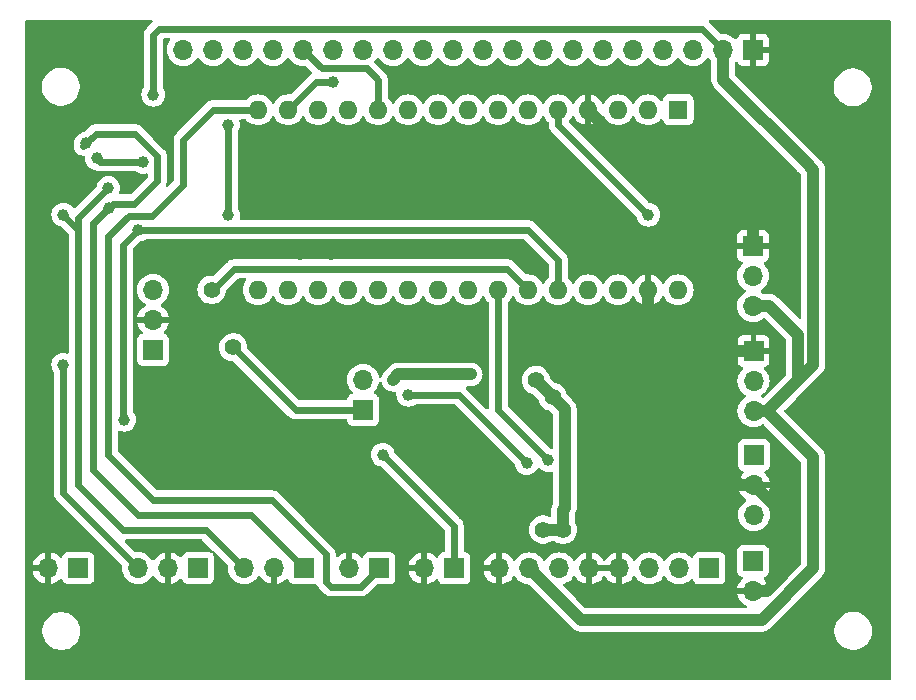
<source format=gbr>
%TF.GenerationSoftware,KiCad,Pcbnew,8.0.4*%
%TF.CreationDate,2025-01-29T09:39:19+01:00*%
%TF.ProjectId,DA_Sender,44415f53-656e-4646-9572-2e6b69636164,rev?*%
%TF.SameCoordinates,Original*%
%TF.FileFunction,Copper,L2,Bot*%
%TF.FilePolarity,Positive*%
%FSLAX46Y46*%
G04 Gerber Fmt 4.6, Leading zero omitted, Abs format (unit mm)*
G04 Created by KiCad (PCBNEW 8.0.4) date 2025-01-29 09:39:19*
%MOMM*%
%LPD*%
G01*
G04 APERTURE LIST*
%TA.AperFunction,ComponentPad*%
%ADD10R,1.700000X1.700000*%
%TD*%
%TA.AperFunction,ComponentPad*%
%ADD11O,1.700000X1.700000*%
%TD*%
%TA.AperFunction,ComponentPad*%
%ADD12R,1.600000X1.600000*%
%TD*%
%TA.AperFunction,ComponentPad*%
%ADD13O,1.600000X1.600000*%
%TD*%
%TA.AperFunction,ViaPad*%
%ADD14C,1.000000*%
%TD*%
%TA.AperFunction,ViaPad*%
%ADD15C,1.400000*%
%TD*%
%TA.AperFunction,Conductor*%
%ADD16C,0.600000*%
%TD*%
%TA.AperFunction,Conductor*%
%ADD17C,1.000000*%
%TD*%
G04 APERTURE END LIST*
D10*
%TO.P,SW3,1,A*%
%TO.N,Net-(A1-D6)*%
X123190000Y-96520000D03*
D11*
%TO.P,SW3,2,B*%
%TO.N,GND*%
X123190000Y-93980000D03*
%TO.P,SW3,3,C*%
%TO.N,Net-(A1-D7)*%
X123190000Y-91440000D03*
%TD*%
D10*
%TO.P,J4,1,Pin_1*%
%TO.N,+5V*%
X116845000Y-115005000D03*
D11*
%TO.P,J4,2,Pin_2*%
%TO.N,GND*%
X114305000Y-115005000D03*
%TD*%
%TO.P,J2,2,Pin_2*%
%TO.N,GND*%
X139795136Y-115025684D03*
D10*
%TO.P,J2,1,Pin_1*%
%TO.N,Net-(A1-MISO)*%
X142335136Y-115025684D03*
%TD*%
D12*
%TO.P,A1,1,TX1*%
%TO.N,Net-(A1-TX1)*%
X167640000Y-76200000D03*
D13*
%TO.P,A1,2,RX1*%
%TO.N,Net-(A1-RX1)*%
X165100000Y-76200000D03*
%TO.P,A1,3,~{RESET}*%
%TO.N,unconnected-(A1-~{RESET}-Pad3)*%
X162560000Y-76200000D03*
%TO.P,A1,4,GND*%
%TO.N,GND*%
X160020000Y-76200000D03*
%TO.P,A1,5,D2*%
%TO.N,Net-(A1-D2)*%
X157480000Y-76200000D03*
%TO.P,A1,6,D3*%
%TO.N,Net-(A1-D3)*%
X154940000Y-76200000D03*
%TO.P,A1,7,D4*%
%TO.N,Net-(A1-D4)*%
X152400000Y-76200000D03*
%TO.P,A1,8,D5*%
%TO.N,Net-(A1-D5)*%
X149860000Y-76200000D03*
%TO.P,A1,9,D6*%
%TO.N,Net-(A1-D6)*%
X147320000Y-76200000D03*
%TO.P,A1,10,D7*%
%TO.N,Net-(A1-D7)*%
X144780000Y-76200000D03*
%TO.P,A1,11,D8*%
%TO.N,Net-(A1-D8)*%
X142240000Y-76200000D03*
%TO.P,A1,12,D9*%
%TO.N,Net-(A1-D9)*%
X139700000Y-76200000D03*
%TO.P,A1,13,D10*%
%TO.N,Net-(A1-D10)*%
X137160000Y-76200000D03*
%TO.P,A1,14,MOSI*%
%TO.N,Net-(A1-MOSI)*%
X134620000Y-76200000D03*
%TO.P,A1,15,MISO*%
%TO.N,Net-(A1-MISO)*%
X132080000Y-76200000D03*
%TO.P,A1,16,SCK*%
%TO.N,Net-(A1-SCK)*%
X132080000Y-91440000D03*
%TO.P,A1,17,3V3*%
%TO.N,unconnected-(A1-3V3-Pad17)*%
X134620000Y-91440000D03*
%TO.P,A1,18,AREF*%
%TO.N,unconnected-(A1-AREF-Pad18)*%
X137160000Y-91440000D03*
%TO.P,A1,19,A0*%
%TO.N,Net-(A1-A0)*%
X139700000Y-91440000D03*
%TO.P,A1,20,A1*%
%TO.N,Net-(A1-A1)*%
X142240000Y-91440000D03*
%TO.P,A1,21,A2*%
%TO.N,Net-(A1-A2)*%
X144780000Y-91440000D03*
%TO.P,A1,22,A3*%
%TO.N,Reset*%
X147320000Y-91440000D03*
%TO.P,A1,23,SDA/A4*%
%TO.N,Net-(A1-SDA{slash}A4)*%
X149860000Y-91440000D03*
%TO.P,A1,24,SCL/A5*%
%TO.N,Net-(A1-SCL{slash}A5)*%
X152400000Y-91440000D03*
%TO.P,A1,25,A6*%
%TO.N,Net-(A1-A6)*%
X154940000Y-91440000D03*
%TO.P,A1,26,A7*%
%TO.N,Net-(A1-A7)*%
X157480000Y-91440000D03*
%TO.P,A1,27,+5V*%
%TO.N,+5VD*%
X160020000Y-91440000D03*
%TO.P,A1,28,~{RESET}*%
%TO.N,unconnected-(A1-~{RESET}-Pad28)*%
X162560000Y-91440000D03*
%TO.P,A1,29,GND*%
%TO.N,GND*%
X165100000Y-91440000D03*
%TO.P,A1,30,VIN*%
%TO.N,Net-(A1-VIN)*%
X167640000Y-91440000D03*
%TD*%
D10*
%TO.P,SW5,1,1*%
%TO.N,Net-(A1-SDA{slash}A4)*%
X148685136Y-115025684D03*
D11*
%TO.P,SW5,2,2*%
%TO.N,GND*%
X146145136Y-115025684D03*
%TD*%
D10*
%TO.P,SW1,1,A*%
%TO.N,Net-(A1-D2)*%
X174050720Y-105425000D03*
D11*
%TO.P,SW1,2,B*%
%TO.N,GND*%
X174050720Y-107965000D03*
%TO.P,SW1,3,C*%
%TO.N,Net-(A1-D3)*%
X174050720Y-110505000D03*
%TD*%
D10*
%TO.P,RV2,1,1*%
%TO.N,GND*%
X174015748Y-96624041D03*
D11*
%TO.P,RV2,2,2*%
%TO.N,Net-(A1-A1)*%
X174015748Y-99164041D03*
%TO.P,RV2,3,3*%
%TO.N,+5VD*%
X174015748Y-101704041D03*
%TD*%
D10*
%TO.P,J5,1,Pin_1*%
%TO.N,+5VD*%
X140970000Y-101600000D03*
D11*
%TO.P,J5,2,Pin_2*%
%TO.N,Net-(J5-Pin_2)*%
X140970000Y-99060000D03*
%TD*%
D10*
%TO.P,SW6,1,1*%
%TO.N,Net-(A1-SCL{slash}A5)*%
X173990000Y-114389041D03*
D11*
%TO.P,SW6,2,2*%
%TO.N,GND*%
X173990000Y-116929041D03*
%TD*%
D10*
%TO.P,J3,1,Pin_1*%
%TO.N,GND*%
X173990000Y-71120000D03*
D11*
%TO.P,J3,2,Pin_2*%
%TO.N,+5VD*%
X171450000Y-71120000D03*
%TO.P,J3,3,Pin_3*%
%TO.N,unconnected-(J3-Pin_3-Pad3)*%
X168910000Y-71120000D03*
%TO.P,J3,4,Pin_4*%
%TO.N,Net-(A1-D9)*%
X166370000Y-71120000D03*
%TO.P,J3,5,Pin_5*%
%TO.N,unconnected-(J3-Pin_5-Pad5)*%
X163830000Y-71120000D03*
%TO.P,J3,6,Pin_6*%
%TO.N,unconnected-(J3-Pin_6-Pad6)*%
X161290000Y-71120000D03*
%TO.P,J3,7,Pin_7*%
%TO.N,Net-(A1-SCK)*%
X158750000Y-71120000D03*
%TO.P,J3,8,Pin_8*%
%TO.N,Net-(A1-MOSI)*%
X156210000Y-71120000D03*
%TO.P,J3,9,Pin_9*%
%TO.N,unconnected-(J3-Pin_9-Pad9)*%
X153670000Y-71120000D03*
%TO.P,J3,10,Pin_10*%
%TO.N,unconnected-(J3-Pin_10-Pad10)*%
X151130000Y-71120000D03*
%TO.P,J3,11,Pin_11*%
%TO.N,unconnected-(J3-Pin_11-Pad11)*%
X148590000Y-71120000D03*
%TO.P,J3,12,Pin_12*%
%TO.N,unconnected-(J3-Pin_12-Pad12)*%
X146050000Y-71120000D03*
%TO.P,J3,13,Pin_13*%
%TO.N,unconnected-(J3-Pin_13-Pad13)*%
X143510000Y-71120000D03*
%TO.P,J3,14,Pin_14*%
%TO.N,unconnected-(J3-Pin_14-Pad14)*%
X140970000Y-71120000D03*
%TO.P,J3,15,Pin_15*%
%TO.N,Net-(A1-D10)*%
X138430000Y-71120000D03*
%TO.P,J3,16,Pin_16*%
%TO.N,Net-(A1-D8)*%
X135890000Y-71120000D03*
%TO.P,J3,17,Pin_17*%
%TO.N,unconnected-(J3-Pin_17-Pad17)*%
X133350000Y-71120000D03*
%TO.P,J3,18,Pin_18*%
%TO.N,unconnected-(J3-Pin_18-Pad18)*%
X130810000Y-71120000D03*
%TO.P,J3,19,Pin_19*%
%TO.N,unconnected-(J3-Pin_19-Pad19)*%
X128270000Y-71120000D03*
%TO.P,J3,20,Pin_20*%
%TO.N,unconnected-(J3-Pin_20-Pad20)*%
X125730000Y-71120000D03*
%TD*%
D10*
%TO.P,SW4,1,1*%
%TO.N,Net-(A1-A7)*%
X127000000Y-114981199D03*
D11*
%TO.P,SW4,2,2*%
%TO.N,GND*%
X124460000Y-114981199D03*
%TO.P,SW4,3,3*%
%TO.N,Net-(A1-A6)*%
X121920000Y-114981199D03*
%TD*%
D10*
%TO.P,SW2,1,A*%
%TO.N,Net-(A1-D4)*%
X135980136Y-115005510D03*
D11*
%TO.P,SW2,2,B*%
%TO.N,GND*%
X133440136Y-115005510D03*
%TO.P,SW2,3,C*%
%TO.N,Net-(A1-D5)*%
X130900136Y-115005510D03*
%TD*%
D10*
%TO.P,RV1,1,1*%
%TO.N,GND*%
X173990000Y-87719041D03*
D11*
%TO.P,RV1,2,2*%
%TO.N,Net-(A1-A0)*%
X173990000Y-90259041D03*
%TO.P,RV1,3,3*%
%TO.N,+5VD*%
X173990000Y-92799041D03*
%TD*%
D10*
%TO.P,J1,1,Pin_1*%
%TO.N,Net-(A1-RX1)*%
X170270136Y-115025684D03*
D11*
%TO.P,J1,2,Pin_2*%
%TO.N,Net-(A1-TX1)*%
X167730136Y-115025684D03*
%TO.P,J1,3,Pin_3*%
%TO.N,Reset*%
X165190136Y-115025684D03*
%TO.P,J1,4,Pin_4*%
%TO.N,GND*%
X162650136Y-115025684D03*
%TO.P,J1,5,Pin_5*%
X160110136Y-115025684D03*
%TO.P,J1,6,Pin_6*%
%TO.N,unconnected-(J1-Pin_6-Pad6)*%
X157570136Y-115025684D03*
%TO.P,J1,7,Pin_7*%
%TO.N,+5VD*%
X155030136Y-115025684D03*
%TO.P,J1,8,Pin_8*%
%TO.N,GND*%
X152490136Y-115025684D03*
%TD*%
D14*
%TO.N,Net-(A1-A7)*%
X121920000Y-86360000D03*
X120735885Y-102443082D03*
%TO.N,Net-(A1-SCK)*%
X129540000Y-85142593D03*
X129540000Y-77470000D03*
%TO.N,Net-(A1-D4)*%
X117511847Y-79047930D03*
X119433858Y-84475722D03*
%TO.N,Reset*%
X144780000Y-100330000D03*
X154817287Y-106100979D03*
%TO.N,+5VD*%
X150066920Y-98612634D03*
X123190000Y-74930000D03*
X179067305Y-81282695D03*
D15*
X155597244Y-99091450D03*
X156201308Y-111751308D03*
X157001963Y-100503831D03*
D14*
X143510000Y-99060000D03*
D15*
X129962769Y-96306337D03*
X157888504Y-111760000D03*
D14*
%TO.N,Net-(A1-SDA{slash}A4)*%
X142631608Y-105410000D03*
D15*
%TO.N,Net-(A1-A6)*%
X128140000Y-91440000D03*
D14*
X115570000Y-97790000D03*
%TO.N,Net-(A1-D6)*%
X122344756Y-80622295D03*
X118423084Y-80323084D03*
%TO.N,Net-(A1-D2)*%
X165100000Y-85090000D03*
%TO.N,Net-(A1-MOSI)*%
X138430000Y-73873529D03*
D15*
%TO.N,GND*%
X128270000Y-99060000D03*
X162560000Y-95250000D03*
X161290000Y-96520000D03*
X151130000Y-83820000D03*
X161290000Y-109220000D03*
X135653742Y-88254657D03*
X126310969Y-99040443D03*
X168137032Y-81316827D03*
X130183064Y-99040443D03*
X138204429Y-88254657D03*
X153670000Y-83820000D03*
X161290000Y-111760000D03*
X170180000Y-81280000D03*
X123441624Y-103254282D03*
D14*
%TO.N,Net-(A1-D5)*%
X115570000Y-85090000D03*
X119380000Y-82832523D03*
%TO.N,Net-(A1-SCL{slash}A5)*%
X156650010Y-105894011D03*
%TD*%
D16*
%TO.N,Net-(A1-A7)*%
X121920000Y-86360000D02*
X154940000Y-86360000D01*
X120650000Y-102357197D02*
X120650000Y-87630000D01*
X120735885Y-102443082D02*
X120650000Y-102357197D01*
X157480000Y-88900000D02*
X157480000Y-91440000D01*
X120650000Y-87630000D02*
X121920000Y-86360000D01*
X154940000Y-86360000D02*
X157480000Y-88900000D01*
%TO.N,Net-(A1-SCK)*%
X129540000Y-85142593D02*
X129540000Y-77470000D01*
%TO.N,Net-(A1-D4)*%
X131464626Y-110490000D02*
X135980136Y-115005510D01*
X117960223Y-78599554D02*
X117511847Y-79047930D01*
X119433858Y-84475722D02*
X118110000Y-85799580D01*
X117511847Y-79057261D02*
X117511847Y-79047930D01*
X123544756Y-82195244D02*
X121580000Y-84160000D01*
X121920000Y-110490000D02*
X131464626Y-110490000D01*
X117969554Y-78599554D02*
X118341618Y-78227490D01*
X118110000Y-106680000D02*
X121920000Y-110490000D01*
X117969554Y-78599554D02*
X117960223Y-78599554D01*
X119749580Y-84160000D02*
X119433858Y-84475722D01*
X123544756Y-80125238D02*
X123544756Y-82195244D01*
X121647008Y-78227490D02*
X123544756Y-80125238D01*
X118110000Y-85799580D02*
X118110000Y-106680000D01*
X117287898Y-79281210D02*
X117511847Y-79057261D01*
X118341618Y-78227490D02*
X121647008Y-78227490D01*
X121580000Y-84160000D02*
X119749580Y-84160000D01*
%TO.N,Reset*%
X144780000Y-100330000D02*
X149046308Y-100330000D01*
X149046308Y-100330000D02*
X154817287Y-106100979D01*
D17*
%TO.N,+5VD*%
X177800000Y-99060000D02*
X175155959Y-101704041D01*
X179070000Y-81280000D02*
X178435000Y-80645000D01*
X157879812Y-111751308D02*
X157888504Y-111760000D01*
X143957366Y-98612634D02*
X150066920Y-98612634D01*
X155597244Y-99091450D02*
X158050010Y-101544216D01*
X156201308Y-111751308D02*
X157879812Y-111751308D01*
D16*
X123190000Y-69850000D02*
X123710549Y-69329451D01*
D17*
X159384452Y-119380000D02*
X155030136Y-115025684D01*
X179070000Y-97790000D02*
X179070000Y-81280000D01*
X158050010Y-101544216D02*
X158050010Y-109919990D01*
X179070000Y-105618082D02*
X179070000Y-115031020D01*
X175155959Y-101704041D02*
X174015748Y-101704041D01*
X178435000Y-80645000D02*
X171450000Y-73660000D01*
X177800000Y-95250000D02*
X177800000Y-99060000D01*
X157888504Y-110081496D02*
X157888504Y-111760000D01*
X174721020Y-119380000D02*
X159384452Y-119380000D01*
D16*
X123190000Y-74930000D02*
X123190000Y-69850000D01*
D17*
X143510000Y-99060000D02*
X143957366Y-98612634D01*
X175349041Y-92799041D02*
X177800000Y-95250000D01*
X175155959Y-101704041D02*
X179070000Y-105618082D01*
D16*
X169659451Y-69329451D02*
X171450000Y-71120000D01*
X129962769Y-96306337D02*
X135256432Y-101600000D01*
X123710549Y-69329451D02*
X169659451Y-69329451D01*
X135256432Y-101600000D02*
X140970000Y-101600000D01*
D17*
X158050010Y-109919990D02*
X157888504Y-110081496D01*
X179070000Y-115031020D02*
X174721020Y-119380000D01*
X173990000Y-92799041D02*
X175349041Y-92799041D01*
X171450000Y-73660000D02*
X171450000Y-71120000D01*
X177800000Y-99060000D02*
X179070000Y-97790000D01*
D16*
%TO.N,Net-(A1-SDA{slash}A4)*%
X148685136Y-115025684D02*
X148685136Y-111463528D01*
X148685136Y-111463528D02*
X142631608Y-105410000D01*
%TO.N,Net-(A1-A6)*%
X128140000Y-91440000D02*
X128270000Y-91440000D01*
X153154657Y-89654657D02*
X154940000Y-91440000D01*
X128270000Y-91440000D02*
X130055343Y-89654657D01*
X130055343Y-89654657D02*
X153154657Y-89654657D01*
X121920000Y-114981199D02*
X115570000Y-108631199D01*
X115570000Y-108631199D02*
X115570000Y-97790000D01*
%TO.N,Net-(A1-D6)*%
X118423084Y-80323084D02*
X118722295Y-80622295D01*
X118722295Y-80622295D02*
X122344756Y-80622295D01*
%TO.N,Net-(A1-D8)*%
X142240000Y-76200000D02*
X142240000Y-73660000D01*
X142240000Y-73660000D02*
X141250000Y-72670000D01*
X137440000Y-72670000D02*
X135890000Y-71120000D01*
X141250000Y-72670000D02*
X137440000Y-72670000D01*
%TO.N,Net-(A1-D2)*%
X165100000Y-85090000D02*
X157480000Y-77470000D01*
X157480000Y-77470000D02*
X157480000Y-76200000D01*
%TO.N,Net-(A1-MISO)*%
X128270000Y-76200000D02*
X132080000Y-76200000D01*
X133225478Y-109220000D02*
X123190000Y-109220000D01*
X119380000Y-86919871D02*
X121139871Y-85160000D01*
X123120000Y-85160000D02*
X125730000Y-82550000D01*
X125730000Y-82550000D02*
X125730000Y-78740000D01*
X142335136Y-115025684D02*
X140785136Y-116575684D01*
X138255136Y-116575684D02*
X137830910Y-116151458D01*
X137830910Y-113825432D02*
X133225478Y-109220000D01*
X119380000Y-105410000D02*
X119380000Y-86919871D01*
X125730000Y-78740000D02*
X128270000Y-76200000D01*
X140785136Y-116575684D02*
X138255136Y-116575684D01*
X137830910Y-116151458D02*
X137830910Y-113825432D01*
X121139871Y-85160000D02*
X123120000Y-85160000D01*
X123190000Y-109220000D02*
X119380000Y-105410000D01*
%TO.N,Net-(A1-MOSI)*%
X138430000Y-73873529D02*
X136946471Y-73873529D01*
X136946471Y-73873529D02*
X134620000Y-76200000D01*
D17*
%TO.N,GND*%
X170815000Y-81915000D02*
X170180000Y-81280000D01*
X170180000Y-97790000D02*
X170075959Y-97790000D01*
X165100000Y-95354041D02*
X165100000Y-91440000D01*
X176530000Y-110444280D02*
X174050720Y-107965000D01*
X166370000Y-96624041D02*
X165100000Y-95354041D01*
X168910000Y-96624041D02*
X166370000Y-96624041D01*
X173990000Y-85090000D02*
X170815000Y-81915000D01*
X174050720Y-107965000D02*
X172848639Y-107965000D01*
X173990000Y-87719041D02*
X173990000Y-85090000D01*
X172848639Y-107965000D02*
X170180000Y-105296361D01*
X170216827Y-81316827D02*
X170815000Y-81915000D01*
X173990000Y-116929041D02*
X175192081Y-116929041D01*
X176530000Y-115591122D02*
X176530000Y-110444280D01*
X175192081Y-116929041D02*
X176530000Y-115591122D01*
X170180000Y-105296361D02*
X170180000Y-97790000D01*
X160020000Y-76200000D02*
X165100000Y-81280000D01*
X170075959Y-97790000D02*
X168910000Y-96624041D01*
X168137032Y-81316827D02*
X170216827Y-81316827D01*
X174015748Y-96624041D02*
X168910000Y-96624041D01*
X165100000Y-81280000D02*
X170180000Y-81280000D01*
D16*
%TO.N,Net-(A1-D5)*%
X120650000Y-111760000D02*
X116840000Y-107950000D01*
X123755174Y-111760000D02*
X121775786Y-111760000D01*
X116840000Y-85372523D02*
X116840000Y-86360000D01*
X116840000Y-107950000D02*
X116840000Y-86360000D01*
X119380000Y-82832523D02*
X116840000Y-85372523D01*
X127654626Y-111760000D02*
X130900136Y-115005510D01*
X115570000Y-85090000D02*
X116840000Y-86360000D01*
X123755174Y-111760000D02*
X120650000Y-111760000D01*
X123755174Y-111760000D02*
X127654626Y-111760000D01*
%TO.N,Net-(A1-SCL{slash}A5)*%
X152400000Y-101644001D02*
X152400000Y-91440000D01*
X156650010Y-105894011D02*
X152400000Y-101644001D01*
%TD*%
%TA.AperFunction,Conductor*%
%TO.N,GND*%
G36*
X123089519Y-68605765D02*
G01*
X123135274Y-68658569D01*
X123145218Y-68727727D01*
X123116193Y-68791283D01*
X123110161Y-68797761D01*
X122679711Y-69228211D01*
X122623960Y-69283962D01*
X122568209Y-69339712D01*
X122480609Y-69470814D01*
X122480602Y-69470827D01*
X122420264Y-69616498D01*
X122420261Y-69616510D01*
X122389500Y-69771153D01*
X122389500Y-74283946D01*
X122369815Y-74350985D01*
X122361355Y-74362609D01*
X122354090Y-74371461D01*
X122354086Y-74371467D01*
X122261188Y-74545266D01*
X122203975Y-74733870D01*
X122184659Y-74930000D01*
X122203975Y-75126129D01*
X122203976Y-75126132D01*
X122257795Y-75303550D01*
X122261188Y-75314733D01*
X122354086Y-75488532D01*
X122354090Y-75488539D01*
X122479116Y-75640883D01*
X122631460Y-75765909D01*
X122631467Y-75765913D01*
X122805266Y-75858811D01*
X122805269Y-75858811D01*
X122805273Y-75858814D01*
X122993868Y-75916024D01*
X123190000Y-75935341D01*
X123386132Y-75916024D01*
X123574727Y-75858814D01*
X123580720Y-75855611D01*
X123684945Y-75799901D01*
X123748538Y-75765910D01*
X123900883Y-75640883D01*
X124025910Y-75488538D01*
X124094155Y-75360861D01*
X124118811Y-75314733D01*
X124118811Y-75314732D01*
X124118814Y-75314727D01*
X124176024Y-75126132D01*
X124195341Y-74930000D01*
X124176024Y-74733868D01*
X124118814Y-74545273D01*
X124118811Y-74545269D01*
X124118811Y-74545266D01*
X124025913Y-74371467D01*
X124025909Y-74371461D01*
X124018645Y-74362609D01*
X123991333Y-74298299D01*
X123990500Y-74283946D01*
X123990500Y-70253951D01*
X124010185Y-70186912D01*
X124062989Y-70141157D01*
X124114500Y-70129951D01*
X124536381Y-70129951D01*
X124603420Y-70149636D01*
X124649175Y-70202440D01*
X124659119Y-70271598D01*
X124637956Y-70325074D01*
X124555965Y-70442169D01*
X124555964Y-70442171D01*
X124456098Y-70656335D01*
X124456094Y-70656344D01*
X124394938Y-70884586D01*
X124394936Y-70884596D01*
X124374341Y-71119999D01*
X124374341Y-71120000D01*
X124394936Y-71355403D01*
X124394938Y-71355413D01*
X124456094Y-71583655D01*
X124456096Y-71583659D01*
X124456097Y-71583663D01*
X124536004Y-71755023D01*
X124555965Y-71797830D01*
X124555967Y-71797834D01*
X124664281Y-71952521D01*
X124691505Y-71991401D01*
X124858599Y-72158495D01*
X124878445Y-72172391D01*
X125052165Y-72294032D01*
X125052167Y-72294033D01*
X125052170Y-72294035D01*
X125266337Y-72393903D01*
X125494592Y-72455063D01*
X125665319Y-72470000D01*
X125729999Y-72475659D01*
X125730000Y-72475659D01*
X125730001Y-72475659D01*
X125794681Y-72470000D01*
X125965408Y-72455063D01*
X126193663Y-72393903D01*
X126407830Y-72294035D01*
X126601401Y-72158495D01*
X126768495Y-71991401D01*
X126898425Y-71805842D01*
X126953002Y-71762217D01*
X127022500Y-71755023D01*
X127084855Y-71786546D01*
X127101575Y-71805842D01*
X127231500Y-71991395D01*
X127231505Y-71991401D01*
X127398599Y-72158495D01*
X127418445Y-72172391D01*
X127592165Y-72294032D01*
X127592167Y-72294033D01*
X127592170Y-72294035D01*
X127806337Y-72393903D01*
X128034592Y-72455063D01*
X128205319Y-72470000D01*
X128269999Y-72475659D01*
X128270000Y-72475659D01*
X128270001Y-72475659D01*
X128334681Y-72470000D01*
X128505408Y-72455063D01*
X128733663Y-72393903D01*
X128947830Y-72294035D01*
X129141401Y-72158495D01*
X129308495Y-71991401D01*
X129438425Y-71805842D01*
X129493002Y-71762217D01*
X129562500Y-71755023D01*
X129624855Y-71786546D01*
X129641575Y-71805842D01*
X129771500Y-71991395D01*
X129771505Y-71991401D01*
X129938599Y-72158495D01*
X129958445Y-72172391D01*
X130132165Y-72294032D01*
X130132167Y-72294033D01*
X130132170Y-72294035D01*
X130346337Y-72393903D01*
X130574592Y-72455063D01*
X130745319Y-72470000D01*
X130809999Y-72475659D01*
X130810000Y-72475659D01*
X130810001Y-72475659D01*
X130874681Y-72470000D01*
X131045408Y-72455063D01*
X131273663Y-72393903D01*
X131487830Y-72294035D01*
X131681401Y-72158495D01*
X131848495Y-71991401D01*
X131978425Y-71805842D01*
X132033002Y-71762217D01*
X132102500Y-71755023D01*
X132164855Y-71786546D01*
X132181575Y-71805842D01*
X132311500Y-71991395D01*
X132311505Y-71991401D01*
X132478599Y-72158495D01*
X132498445Y-72172391D01*
X132672165Y-72294032D01*
X132672167Y-72294033D01*
X132672170Y-72294035D01*
X132886337Y-72393903D01*
X133114592Y-72455063D01*
X133285319Y-72470000D01*
X133349999Y-72475659D01*
X133350000Y-72475659D01*
X133350001Y-72475659D01*
X133414681Y-72470000D01*
X133585408Y-72455063D01*
X133813663Y-72393903D01*
X134027830Y-72294035D01*
X134221401Y-72158495D01*
X134388495Y-71991401D01*
X134518425Y-71805842D01*
X134573002Y-71762217D01*
X134642500Y-71755023D01*
X134704855Y-71786546D01*
X134721575Y-71805842D01*
X134851500Y-71991395D01*
X134851505Y-71991401D01*
X135018599Y-72158495D01*
X135038445Y-72172391D01*
X135212165Y-72294032D01*
X135212167Y-72294033D01*
X135212170Y-72294035D01*
X135426337Y-72393903D01*
X135654592Y-72455063D01*
X135825319Y-72470000D01*
X135889999Y-72475659D01*
X135889999Y-72475658D01*
X135890000Y-72475659D01*
X136037992Y-72462710D01*
X136106490Y-72476476D01*
X136136479Y-72498557D01*
X136602071Y-72964149D01*
X136635556Y-73025472D01*
X136630572Y-73095164D01*
X136588700Y-73151097D01*
X136572256Y-73160505D01*
X136572662Y-73161265D01*
X136567285Y-73164138D01*
X136436182Y-73251739D01*
X136436178Y-73251742D01*
X134820326Y-74867594D01*
X134759003Y-74901079D01*
X134721838Y-74903441D01*
X134620002Y-74894532D01*
X134619998Y-74894532D01*
X134393313Y-74914364D01*
X134393302Y-74914366D01*
X134173511Y-74973258D01*
X134173502Y-74973261D01*
X133967267Y-75069431D01*
X133967265Y-75069432D01*
X133780858Y-75199954D01*
X133619954Y-75360858D01*
X133489432Y-75547265D01*
X133489431Y-75547267D01*
X133462382Y-75605275D01*
X133416209Y-75657714D01*
X133349016Y-75676866D01*
X133282135Y-75656650D01*
X133237618Y-75605275D01*
X133210686Y-75547520D01*
X133210568Y-75547266D01*
X133097273Y-75385462D01*
X133080045Y-75360858D01*
X132919141Y-75199954D01*
X132732734Y-75069432D01*
X132732732Y-75069431D01*
X132526497Y-74973261D01*
X132526488Y-74973258D01*
X132306697Y-74914366D01*
X132306693Y-74914365D01*
X132306692Y-74914365D01*
X132306691Y-74914364D01*
X132306686Y-74914364D01*
X132080002Y-74894532D01*
X132079998Y-74894532D01*
X131853313Y-74914364D01*
X131853302Y-74914366D01*
X131633511Y-74973258D01*
X131633502Y-74973261D01*
X131427267Y-75069431D01*
X131427265Y-75069432D01*
X131240858Y-75199954D01*
X131077632Y-75363181D01*
X131016309Y-75396666D01*
X130989951Y-75399500D01*
X128191154Y-75399500D01*
X128036509Y-75430261D01*
X128036497Y-75430264D01*
X127993832Y-75447936D01*
X127993833Y-75447937D01*
X127890823Y-75490604D01*
X127890814Y-75490609D01*
X127759712Y-75578209D01*
X127759711Y-75578211D01*
X127759710Y-75578212D01*
X125219711Y-78118211D01*
X125163960Y-78173962D01*
X125108209Y-78229712D01*
X125020609Y-78360814D01*
X125020602Y-78360827D01*
X124960264Y-78506498D01*
X124960261Y-78506510D01*
X124929500Y-78661153D01*
X124929500Y-82167060D01*
X124909815Y-82234099D01*
X124893181Y-82254741D01*
X124469139Y-82678782D01*
X124407816Y-82712267D01*
X124338124Y-82707283D01*
X124282191Y-82665411D01*
X124257774Y-82599947D01*
X124266896Y-82543650D01*
X124314494Y-82428741D01*
X124345256Y-82274086D01*
X124345256Y-82116401D01*
X124345256Y-80046396D01*
X124345256Y-80046393D01*
X124345255Y-80046391D01*
X124338869Y-80014287D01*
X124314493Y-79891741D01*
X124277367Y-79802110D01*
X124254153Y-79746065D01*
X124254146Y-79746052D01*
X124166546Y-79614950D01*
X124119575Y-79567979D01*
X124055045Y-79503449D01*
X123212749Y-78661153D01*
X122157300Y-77605703D01*
X122157296Y-77605700D01*
X122026193Y-77518099D01*
X122026180Y-77518092D01*
X121880509Y-77457754D01*
X121880497Y-77457751D01*
X121725853Y-77426990D01*
X121725850Y-77426990D01*
X118420460Y-77426990D01*
X118262776Y-77426990D01*
X118262773Y-77426990D01*
X118108128Y-77457751D01*
X118108116Y-77457754D01*
X117962445Y-77518092D01*
X117962432Y-77518099D01*
X117831329Y-77605700D01*
X117831325Y-77605703D01*
X117486687Y-77950341D01*
X117467905Y-77965756D01*
X117461170Y-77970257D01*
X117461160Y-77970264D01*
X117449937Y-77977762D01*
X117449936Y-77977763D01*
X117402635Y-78025063D01*
X117341311Y-78058547D01*
X117327113Y-78060783D01*
X117315711Y-78061906D01*
X117127118Y-78119116D01*
X116953314Y-78212016D01*
X116953307Y-78212020D01*
X116800963Y-78337046D01*
X116675937Y-78489390D01*
X116675933Y-78489397D01*
X116583035Y-78663196D01*
X116525822Y-78851800D01*
X116506506Y-79047930D01*
X116506506Y-79047933D01*
X116508548Y-79068672D01*
X116506762Y-79105014D01*
X116487398Y-79202363D01*
X116487398Y-79360056D01*
X116518159Y-79514699D01*
X116518162Y-79514711D01*
X116578500Y-79660382D01*
X116578507Y-79660395D01*
X116666108Y-79791498D01*
X116666111Y-79791502D01*
X116777605Y-79902996D01*
X116777609Y-79902999D01*
X116908712Y-79990600D01*
X116908725Y-79990607D01*
X117043414Y-80046396D01*
X117054401Y-80050947D01*
X117209051Y-80081709D01*
X117209054Y-80081710D01*
X117304703Y-80081710D01*
X117371742Y-80101395D01*
X117417497Y-80154199D01*
X117428106Y-80217864D01*
X117417743Y-80323083D01*
X117437059Y-80519213D01*
X117494272Y-80707817D01*
X117587170Y-80881616D01*
X117587174Y-80881623D01*
X117712200Y-81033967D01*
X117864544Y-81158993D01*
X117864551Y-81158997D01*
X118038350Y-81251895D01*
X118038353Y-81251895D01*
X118038357Y-81251898D01*
X118226952Y-81309108D01*
X118293020Y-81315615D01*
X118339315Y-81329657D01*
X118343105Y-81331682D01*
X118343116Y-81331689D01*
X118453821Y-81377544D01*
X118453824Y-81377545D01*
X118453825Y-81377546D01*
X118488793Y-81392030D01*
X118488798Y-81392032D01*
X118488802Y-81392032D01*
X118488803Y-81392033D01*
X118643449Y-81422795D01*
X118643452Y-81422795D01*
X118643453Y-81422795D01*
X121698703Y-81422795D01*
X121765742Y-81442480D01*
X121777363Y-81450938D01*
X121786218Y-81458205D01*
X121786219Y-81458205D01*
X121786221Y-81458207D01*
X121786223Y-81458208D01*
X121960022Y-81551106D01*
X121960025Y-81551106D01*
X121960029Y-81551109D01*
X122148624Y-81608319D01*
X122344756Y-81627636D01*
X122540888Y-81608319D01*
X122584260Y-81595161D01*
X122654126Y-81594537D01*
X122713239Y-81631785D01*
X122742831Y-81695079D01*
X122744256Y-81713822D01*
X122744256Y-81812304D01*
X122724571Y-81879343D01*
X122707937Y-81899985D01*
X121284741Y-83323181D01*
X121223418Y-83356666D01*
X121197060Y-83359500D01*
X120432857Y-83359500D01*
X120365818Y-83339815D01*
X120320063Y-83287011D01*
X120310119Y-83217853D01*
X120314197Y-83199504D01*
X120366024Y-83028655D01*
X120385341Y-82832523D01*
X120366024Y-82636391D01*
X120308814Y-82447796D01*
X120308811Y-82447792D01*
X120308811Y-82447789D01*
X120215913Y-82273990D01*
X120215909Y-82273983D01*
X120090883Y-82121639D01*
X119938539Y-81996613D01*
X119938532Y-81996609D01*
X119764733Y-81903711D01*
X119764727Y-81903709D01*
X119576132Y-81846499D01*
X119576129Y-81846498D01*
X119380000Y-81827182D01*
X119183870Y-81846498D01*
X118995266Y-81903711D01*
X118821467Y-81996609D01*
X118821460Y-81996613D01*
X118669116Y-82121639D01*
X118544090Y-82273983D01*
X118544086Y-82273990D01*
X118451186Y-82447794D01*
X118393976Y-82636387D01*
X118392853Y-82647789D01*
X118366690Y-82712575D01*
X118357131Y-82723312D01*
X116567141Y-84513302D01*
X116505818Y-84546787D01*
X116436126Y-84541803D01*
X116383607Y-84504286D01*
X116280883Y-84379116D01*
X116128539Y-84254090D01*
X116128532Y-84254086D01*
X115954733Y-84161188D01*
X115954727Y-84161186D01*
X115766132Y-84103976D01*
X115766129Y-84103975D01*
X115570000Y-84084659D01*
X115373870Y-84103975D01*
X115185266Y-84161188D01*
X115011467Y-84254086D01*
X115011460Y-84254090D01*
X114859116Y-84379116D01*
X114734090Y-84531460D01*
X114734086Y-84531467D01*
X114641188Y-84705266D01*
X114583975Y-84893870D01*
X114564659Y-85090000D01*
X114583975Y-85286129D01*
X114641188Y-85474733D01*
X114734086Y-85648532D01*
X114734090Y-85648539D01*
X114859116Y-85800883D01*
X115011460Y-85925909D01*
X115011467Y-85925913D01*
X115185266Y-86018811D01*
X115185269Y-86018811D01*
X115185273Y-86018814D01*
X115373868Y-86076024D01*
X115385261Y-86077146D01*
X115450048Y-86103305D01*
X115460790Y-86112868D01*
X116003181Y-86655259D01*
X116036666Y-86716582D01*
X116039500Y-86742940D01*
X116039500Y-96719706D01*
X116019815Y-96786745D01*
X115967011Y-96832500D01*
X115897853Y-96842444D01*
X115879505Y-96838367D01*
X115766130Y-96803975D01*
X115570000Y-96784659D01*
X115373870Y-96803975D01*
X115185266Y-96861188D01*
X115011467Y-96954086D01*
X115011460Y-96954090D01*
X114859116Y-97079116D01*
X114734090Y-97231460D01*
X114734086Y-97231467D01*
X114641188Y-97405266D01*
X114583975Y-97593870D01*
X114564659Y-97790000D01*
X114583975Y-97986129D01*
X114641187Y-98174730D01*
X114719263Y-98320798D01*
X114734090Y-98348538D01*
X114741350Y-98357385D01*
X114768666Y-98421691D01*
X114769500Y-98436052D01*
X114769500Y-108710045D01*
X114800261Y-108864688D01*
X114800264Y-108864700D01*
X114860602Y-109010371D01*
X114860609Y-109010384D01*
X114948210Y-109141487D01*
X114948213Y-109141491D01*
X120541441Y-114734718D01*
X120574926Y-114796041D01*
X120577288Y-114833206D01*
X120564341Y-114981196D01*
X120564341Y-114981199D01*
X120584936Y-115216602D01*
X120584938Y-115216612D01*
X120646094Y-115444854D01*
X120646096Y-115444858D01*
X120646097Y-115444862D01*
X120729155Y-115622980D01*
X120745965Y-115659029D01*
X120745967Y-115659033D01*
X120848099Y-115804891D01*
X120881505Y-115852600D01*
X121048599Y-116019694D01*
X121145384Y-116087464D01*
X121242165Y-116155231D01*
X121242167Y-116155232D01*
X121242170Y-116155234D01*
X121456337Y-116255102D01*
X121684592Y-116316262D01*
X121861034Y-116331699D01*
X121919999Y-116336858D01*
X121920000Y-116336858D01*
X121920001Y-116336858D01*
X121978966Y-116331699D01*
X122155408Y-116316262D01*
X122383663Y-116255102D01*
X122597830Y-116155234D01*
X122791401Y-116019694D01*
X122958495Y-115852600D01*
X123088730Y-115666604D01*
X123143307Y-115622980D01*
X123212805Y-115615786D01*
X123275160Y-115647309D01*
X123291879Y-115666604D01*
X123421890Y-115852277D01*
X123588917Y-116019304D01*
X123782421Y-116154799D01*
X123996507Y-116254628D01*
X123996516Y-116254632D01*
X124210000Y-116311833D01*
X124210000Y-115414211D01*
X124267007Y-115447124D01*
X124394174Y-115481199D01*
X124525826Y-115481199D01*
X124652993Y-115447124D01*
X124710000Y-115414211D01*
X124710000Y-116311832D01*
X124923483Y-116254632D01*
X124923492Y-116254628D01*
X125137578Y-116154799D01*
X125331078Y-116019307D01*
X125453133Y-115897252D01*
X125514456Y-115863767D01*
X125584148Y-115868751D01*
X125640082Y-115910622D01*
X125656997Y-115941600D01*
X125706202Y-116073527D01*
X125706206Y-116073534D01*
X125792452Y-116188743D01*
X125792455Y-116188746D01*
X125907664Y-116274992D01*
X125907671Y-116274996D01*
X126042517Y-116325290D01*
X126042516Y-116325290D01*
X126049444Y-116326034D01*
X126102127Y-116331699D01*
X127897872Y-116331698D01*
X127957483Y-116325290D01*
X128092331Y-116274995D01*
X128207546Y-116188745D01*
X128293796Y-116073530D01*
X128344091Y-115938682D01*
X128350500Y-115879072D01*
X128350499Y-114083327D01*
X128344091Y-114023716D01*
X128343002Y-114020797D01*
X128293797Y-113888870D01*
X128293793Y-113888863D01*
X128267949Y-113854340D01*
X128243531Y-113788876D01*
X128258382Y-113720603D01*
X128259938Y-113719046D01*
X128210015Y-113737667D01*
X128141742Y-113722815D01*
X128126858Y-113713250D01*
X128092330Y-113687402D01*
X128092328Y-113687401D01*
X127957482Y-113637107D01*
X127957483Y-113637107D01*
X127897883Y-113630700D01*
X127897881Y-113630699D01*
X127897873Y-113630699D01*
X127897864Y-113630699D01*
X126102129Y-113630699D01*
X126102123Y-113630700D01*
X126042516Y-113637107D01*
X125907671Y-113687401D01*
X125907664Y-113687405D01*
X125792455Y-113773651D01*
X125792452Y-113773654D01*
X125706206Y-113888863D01*
X125706202Y-113888870D01*
X125656997Y-114020797D01*
X125615126Y-114076731D01*
X125549661Y-114101148D01*
X125481388Y-114086296D01*
X125453134Y-114065145D01*
X125331082Y-113943093D01*
X125137578Y-113807598D01*
X124923492Y-113707769D01*
X124923486Y-113707766D01*
X124710000Y-113650563D01*
X124710000Y-114548187D01*
X124652993Y-114515274D01*
X124525826Y-114481199D01*
X124394174Y-114481199D01*
X124267007Y-114515274D01*
X124210000Y-114548187D01*
X124210000Y-113650563D01*
X124209999Y-113650563D01*
X123996513Y-113707766D01*
X123996507Y-113707769D01*
X123782422Y-113807598D01*
X123782420Y-113807599D01*
X123588926Y-113943085D01*
X123588920Y-113943090D01*
X123421891Y-114110119D01*
X123421890Y-114110121D01*
X123291880Y-114295794D01*
X123237303Y-114339418D01*
X123167804Y-114346611D01*
X123105450Y-114315089D01*
X123088730Y-114295793D01*
X122958494Y-114109796D01*
X122791402Y-113942705D01*
X122791395Y-113942700D01*
X122597834Y-113807166D01*
X122597830Y-113807164D01*
X122577007Y-113797454D01*
X122383663Y-113707296D01*
X122383659Y-113707295D01*
X122383655Y-113707293D01*
X122155413Y-113646137D01*
X122155403Y-113646135D01*
X121920001Y-113625540D01*
X121919998Y-113625540D01*
X121772007Y-113638487D01*
X121703507Y-113624720D01*
X121673519Y-113602640D01*
X120843060Y-112772181D01*
X120809575Y-112710858D01*
X120814559Y-112641166D01*
X120856431Y-112585233D01*
X120921895Y-112560816D01*
X120930741Y-112560500D01*
X121696944Y-112560500D01*
X123676332Y-112560500D01*
X127271686Y-112560500D01*
X127338725Y-112580185D01*
X127359367Y-112596819D01*
X128288850Y-113526302D01*
X128322335Y-113587625D01*
X128317351Y-113657317D01*
X128304498Y-113674485D01*
X128307787Y-113671197D01*
X128376060Y-113656345D01*
X128441524Y-113680761D01*
X128454896Y-113692348D01*
X129521577Y-114759029D01*
X129555062Y-114820352D01*
X129557424Y-114857517D01*
X129544477Y-115005507D01*
X129544477Y-115005510D01*
X129565072Y-115240913D01*
X129565074Y-115240923D01*
X129626230Y-115469165D01*
X129626232Y-115469169D01*
X129626233Y-115469173D01*
X129714765Y-115659029D01*
X129726101Y-115683340D01*
X129726103Y-115683344D01*
X129790411Y-115775184D01*
X129861641Y-115876911D01*
X130028735Y-116044005D01*
X130125520Y-116111775D01*
X130222301Y-116179542D01*
X130222303Y-116179543D01*
X130222306Y-116179545D01*
X130436473Y-116279413D01*
X130664728Y-116340573D01*
X130841170Y-116356010D01*
X130900135Y-116361169D01*
X130900136Y-116361169D01*
X130900137Y-116361169D01*
X130959102Y-116356010D01*
X131135544Y-116340573D01*
X131363799Y-116279413D01*
X131577966Y-116179545D01*
X131771537Y-116044005D01*
X131938631Y-115876911D01*
X132068866Y-115690915D01*
X132123443Y-115647291D01*
X132192941Y-115640097D01*
X132255296Y-115671620D01*
X132272015Y-115690915D01*
X132402026Y-115876588D01*
X132569053Y-116043615D01*
X132762557Y-116179110D01*
X132976643Y-116278939D01*
X132976652Y-116278943D01*
X133190136Y-116336144D01*
X133190136Y-115438522D01*
X133247143Y-115471435D01*
X133374310Y-115505510D01*
X133505962Y-115505510D01*
X133633129Y-115471435D01*
X133690136Y-115438522D01*
X133690136Y-116336143D01*
X133903619Y-116278943D01*
X133903628Y-116278939D01*
X134117714Y-116179110D01*
X134311214Y-116043618D01*
X134433269Y-115921563D01*
X134494592Y-115888078D01*
X134564284Y-115893062D01*
X134620218Y-115934933D01*
X134637133Y-115965911D01*
X134686338Y-116097838D01*
X134686342Y-116097845D01*
X134772588Y-116213054D01*
X134772591Y-116213057D01*
X134887800Y-116299303D01*
X134887807Y-116299307D01*
X135022653Y-116349601D01*
X135022652Y-116349601D01*
X135029580Y-116350345D01*
X135082263Y-116356010D01*
X136878008Y-116356009D01*
X136937619Y-116349601D01*
X136937618Y-116349601D01*
X136945332Y-116348772D01*
X136945576Y-116351044D01*
X137003872Y-116354159D01*
X137060551Y-116395015D01*
X137077201Y-116423651D01*
X137121512Y-116530630D01*
X137121519Y-116530643D01*
X137209120Y-116661746D01*
X137209123Y-116661750D01*
X137633347Y-117085973D01*
X137726415Y-117179041D01*
X137744848Y-117197474D01*
X137875950Y-117285074D01*
X137875963Y-117285081D01*
X138021634Y-117345419D01*
X138021639Y-117345421D01*
X138021643Y-117345421D01*
X138021644Y-117345422D01*
X138176290Y-117376184D01*
X138176293Y-117376184D01*
X140863980Y-117376184D01*
X140863981Y-117376183D01*
X141018633Y-117345421D01*
X141164315Y-117285078D01*
X141295425Y-117197473D01*
X142080395Y-116412501D01*
X142141718Y-116379017D01*
X142168076Y-116376183D01*
X143233007Y-116376183D01*
X143233008Y-116376183D01*
X143292619Y-116369775D01*
X143427467Y-116319480D01*
X143542682Y-116233230D01*
X143628932Y-116118015D01*
X143679227Y-115983167D01*
X143685636Y-115923557D01*
X143685635Y-114127812D01*
X143679227Y-114068201D01*
X143678138Y-114065282D01*
X143628933Y-113933355D01*
X143628929Y-113933348D01*
X143542683Y-113818139D01*
X143542680Y-113818136D01*
X143427471Y-113731890D01*
X143427464Y-113731886D01*
X143292618Y-113681592D01*
X143292619Y-113681592D01*
X143233019Y-113675185D01*
X143233017Y-113675184D01*
X143233009Y-113675184D01*
X143233000Y-113675184D01*
X141437265Y-113675184D01*
X141437259Y-113675185D01*
X141377652Y-113681592D01*
X141242807Y-113731886D01*
X141242800Y-113731890D01*
X141127591Y-113818136D01*
X141127588Y-113818139D01*
X141041342Y-113933348D01*
X141041338Y-113933355D01*
X140992133Y-114065282D01*
X140950262Y-114121216D01*
X140884797Y-114145633D01*
X140816524Y-114130781D01*
X140788270Y-114109630D01*
X140666218Y-113987578D01*
X140472714Y-113852083D01*
X140258628Y-113752254D01*
X140258622Y-113752251D01*
X140045136Y-113695048D01*
X140045136Y-114592672D01*
X139988129Y-114559759D01*
X139860962Y-114525684D01*
X139729310Y-114525684D01*
X139602143Y-114559759D01*
X139545136Y-114592672D01*
X139545136Y-113695048D01*
X139545135Y-113695048D01*
X139331649Y-113752251D01*
X139331643Y-113752254D01*
X139117558Y-113852083D01*
X139117556Y-113852084D01*
X138924062Y-113987570D01*
X138924056Y-113987575D01*
X138843091Y-114068541D01*
X138781768Y-114102026D01*
X138712076Y-114097042D01*
X138656143Y-114055170D01*
X138631726Y-113989706D01*
X138631410Y-113980860D01*
X138631410Y-113746589D01*
X138631409Y-113746585D01*
X138617207Y-113675184D01*
X138600649Y-113591940D01*
X138600647Y-113591935D01*
X138563564Y-113502409D01*
X138563564Y-113502408D01*
X138540307Y-113446260D01*
X138540306Y-113446259D01*
X138540304Y-113446253D01*
X138452699Y-113315143D01*
X138341199Y-113203643D01*
X136076625Y-110939069D01*
X133735770Y-108598213D01*
X133735766Y-108598210D01*
X133604663Y-108510609D01*
X133604650Y-108510602D01*
X133458979Y-108450264D01*
X133458967Y-108450261D01*
X133304323Y-108419500D01*
X133304320Y-108419500D01*
X123572940Y-108419500D01*
X123505901Y-108399815D01*
X123485259Y-108383181D01*
X120512078Y-105410000D01*
X141626267Y-105410000D01*
X141645583Y-105606129D01*
X141702796Y-105794733D01*
X141795694Y-105968532D01*
X141795698Y-105968539D01*
X141920724Y-106120883D01*
X142073068Y-106245909D01*
X142073075Y-106245913D01*
X142246874Y-106338811D01*
X142246877Y-106338811D01*
X142246881Y-106338814D01*
X142435476Y-106396024D01*
X142446869Y-106397146D01*
X142511656Y-106423305D01*
X142522398Y-106432868D01*
X147848317Y-111758787D01*
X147881802Y-111820110D01*
X147884636Y-111846468D01*
X147884636Y-113553332D01*
X147864951Y-113620371D01*
X147812147Y-113666126D01*
X147773891Y-113676622D01*
X147727652Y-113681593D01*
X147592807Y-113731886D01*
X147592800Y-113731890D01*
X147477591Y-113818136D01*
X147477588Y-113818139D01*
X147391342Y-113933348D01*
X147391338Y-113933355D01*
X147342133Y-114065282D01*
X147300262Y-114121216D01*
X147234797Y-114145633D01*
X147166524Y-114130781D01*
X147138270Y-114109630D01*
X147016218Y-113987578D01*
X146822714Y-113852083D01*
X146608628Y-113752254D01*
X146608622Y-113752251D01*
X146395136Y-113695048D01*
X146395136Y-114592672D01*
X146338129Y-114559759D01*
X146210962Y-114525684D01*
X146079310Y-114525684D01*
X145952143Y-114559759D01*
X145895136Y-114592672D01*
X145895136Y-113695048D01*
X145895135Y-113695048D01*
X145681649Y-113752251D01*
X145681643Y-113752254D01*
X145467558Y-113852083D01*
X145467556Y-113852084D01*
X145274062Y-113987570D01*
X145274056Y-113987575D01*
X145107027Y-114154604D01*
X145107022Y-114154610D01*
X144971536Y-114348104D01*
X144971535Y-114348106D01*
X144871706Y-114562191D01*
X144871703Y-114562197D01*
X144814500Y-114775683D01*
X144814500Y-114775684D01*
X145712124Y-114775684D01*
X145679211Y-114832691D01*
X145645136Y-114959858D01*
X145645136Y-115091510D01*
X145679211Y-115218677D01*
X145712124Y-115275684D01*
X144814500Y-115275684D01*
X144871703Y-115489170D01*
X144871706Y-115489176D01*
X144971535Y-115703262D01*
X145107030Y-115896766D01*
X145274053Y-116063789D01*
X145467557Y-116199284D01*
X145681643Y-116299113D01*
X145681652Y-116299117D01*
X145895136Y-116356318D01*
X145895136Y-115458696D01*
X145952143Y-115491609D01*
X146079310Y-115525684D01*
X146210962Y-115525684D01*
X146338129Y-115491609D01*
X146395136Y-115458696D01*
X146395136Y-116356317D01*
X146608619Y-116299117D01*
X146608628Y-116299113D01*
X146822714Y-116199284D01*
X147016214Y-116063792D01*
X147138269Y-115941737D01*
X147199592Y-115908252D01*
X147269284Y-115913236D01*
X147325218Y-115955107D01*
X147342133Y-115986085D01*
X147391338Y-116118012D01*
X147391342Y-116118019D01*
X147477588Y-116233228D01*
X147477591Y-116233231D01*
X147592800Y-116319477D01*
X147592807Y-116319481D01*
X147727653Y-116369775D01*
X147727652Y-116369775D01*
X147734580Y-116370519D01*
X147787263Y-116376184D01*
X149583008Y-116376183D01*
X149642619Y-116369775D01*
X149777467Y-116319480D01*
X149892682Y-116233230D01*
X149978932Y-116118015D01*
X150029227Y-115983167D01*
X150035636Y-115923557D01*
X150035635Y-114127812D01*
X150029227Y-114068201D01*
X150028138Y-114065282D01*
X149978933Y-113933355D01*
X149978929Y-113933348D01*
X149892683Y-113818139D01*
X149892680Y-113818136D01*
X149777471Y-113731890D01*
X149777464Y-113731886D01*
X149642619Y-113681592D01*
X149596379Y-113676621D01*
X149531829Y-113649883D01*
X149491981Y-113592490D01*
X149485636Y-113553332D01*
X149485636Y-111384683D01*
X149485635Y-111384681D01*
X149473659Y-111324476D01*
X149454873Y-111230031D01*
X149411497Y-111125311D01*
X149394533Y-111084355D01*
X149394526Y-111084342D01*
X149306926Y-110953240D01*
X149292755Y-110939069D01*
X149195425Y-110841739D01*
X143654476Y-105300790D01*
X143620991Y-105239467D01*
X143618754Y-105225261D01*
X143617632Y-105213871D01*
X143617632Y-105213870D01*
X143617632Y-105213868D01*
X143560422Y-105025273D01*
X143560419Y-105025269D01*
X143560419Y-105025266D01*
X143467521Y-104851467D01*
X143467517Y-104851460D01*
X143342491Y-104699116D01*
X143190147Y-104574090D01*
X143190140Y-104574086D01*
X143016341Y-104481188D01*
X143016335Y-104481186D01*
X142827740Y-104423976D01*
X142827737Y-104423975D01*
X142631608Y-104404659D01*
X142435478Y-104423975D01*
X142246874Y-104481188D01*
X142073075Y-104574086D01*
X142073068Y-104574090D01*
X141920724Y-104699116D01*
X141795698Y-104851460D01*
X141795694Y-104851467D01*
X141702796Y-105025266D01*
X141645583Y-105213870D01*
X141626267Y-105410000D01*
X120512078Y-105410000D01*
X120216819Y-105114741D01*
X120183334Y-105053418D01*
X120180500Y-105027060D01*
X120180500Y-103486786D01*
X120200185Y-103419747D01*
X120252989Y-103373992D01*
X120322147Y-103364048D01*
X120345250Y-103370386D01*
X120345329Y-103370127D01*
X120351154Y-103371894D01*
X120351158Y-103371896D01*
X120539753Y-103429106D01*
X120735885Y-103448423D01*
X120932017Y-103429106D01*
X121120612Y-103371896D01*
X121294423Y-103278992D01*
X121446768Y-103153965D01*
X121571795Y-103001620D01*
X121654689Y-102846536D01*
X121664696Y-102827815D01*
X121664696Y-102827814D01*
X121664699Y-102827809D01*
X121721909Y-102639214D01*
X121741226Y-102443082D01*
X121721909Y-102246950D01*
X121664699Y-102058355D01*
X121664696Y-102058351D01*
X121664696Y-102058348D01*
X121571798Y-101884549D01*
X121571794Y-101884542D01*
X121478647Y-101771043D01*
X121451334Y-101706733D01*
X121450500Y-101692378D01*
X121450500Y-91439999D01*
X121834341Y-91439999D01*
X121834341Y-91440000D01*
X121854936Y-91675403D01*
X121854938Y-91675413D01*
X121916094Y-91903655D01*
X121916096Y-91903659D01*
X121916097Y-91903663D01*
X122015965Y-92117830D01*
X122015967Y-92117834D01*
X122151501Y-92311395D01*
X122151506Y-92311402D01*
X122318597Y-92478493D01*
X122318603Y-92478498D01*
X122376796Y-92519245D01*
X122491580Y-92599618D01*
X122504594Y-92608730D01*
X122548219Y-92663307D01*
X122555413Y-92732805D01*
X122523890Y-92795160D01*
X122504595Y-92811880D01*
X122318922Y-92941890D01*
X122318920Y-92941891D01*
X122151891Y-93108920D01*
X122151886Y-93108926D01*
X122016400Y-93302420D01*
X122016399Y-93302422D01*
X121916570Y-93516507D01*
X121916567Y-93516513D01*
X121859364Y-93729999D01*
X121859364Y-93730000D01*
X122756988Y-93730000D01*
X122724075Y-93787007D01*
X122690000Y-93914174D01*
X122690000Y-94045826D01*
X122724075Y-94172993D01*
X122756988Y-94230000D01*
X121859364Y-94230000D01*
X121916567Y-94443486D01*
X121916570Y-94443492D01*
X122016399Y-94657578D01*
X122151894Y-94851082D01*
X122273946Y-94973134D01*
X122307431Y-95034457D01*
X122302447Y-95104149D01*
X122260575Y-95160082D01*
X122229598Y-95176997D01*
X122097671Y-95226202D01*
X122097664Y-95226206D01*
X121982455Y-95312452D01*
X121982452Y-95312455D01*
X121896206Y-95427664D01*
X121896202Y-95427671D01*
X121845908Y-95562517D01*
X121839501Y-95622116D01*
X121839501Y-95622123D01*
X121839500Y-95622135D01*
X121839500Y-97417870D01*
X121839501Y-97417876D01*
X121845908Y-97477483D01*
X121896202Y-97612328D01*
X121896206Y-97612335D01*
X121982452Y-97727544D01*
X121982455Y-97727547D01*
X122097664Y-97813793D01*
X122097671Y-97813797D01*
X122232517Y-97864091D01*
X122232516Y-97864091D01*
X122239444Y-97864835D01*
X122292127Y-97870500D01*
X124087872Y-97870499D01*
X124147483Y-97864091D01*
X124282331Y-97813796D01*
X124397546Y-97727546D01*
X124483796Y-97612331D01*
X124534091Y-97477483D01*
X124540500Y-97417873D01*
X124540499Y-95622128D01*
X124534091Y-95562517D01*
X124508572Y-95494098D01*
X124483797Y-95427671D01*
X124483793Y-95427664D01*
X124397547Y-95312455D01*
X124397544Y-95312452D01*
X124282335Y-95226206D01*
X124282328Y-95226202D01*
X124150401Y-95176997D01*
X124094467Y-95135126D01*
X124070050Y-95069662D01*
X124084902Y-95001389D01*
X124106053Y-94973133D01*
X124228108Y-94851078D01*
X124363600Y-94657578D01*
X124463429Y-94443492D01*
X124463432Y-94443486D01*
X124520636Y-94230000D01*
X123623012Y-94230000D01*
X123655925Y-94172993D01*
X123690000Y-94045826D01*
X123690000Y-93914174D01*
X123655925Y-93787007D01*
X123623012Y-93730000D01*
X124520636Y-93730000D01*
X124520635Y-93729999D01*
X124463432Y-93516513D01*
X124463429Y-93516507D01*
X124363600Y-93302422D01*
X124363599Y-93302420D01*
X124228113Y-93108926D01*
X124228108Y-93108920D01*
X124061078Y-92941890D01*
X123875405Y-92811879D01*
X123831780Y-92757302D01*
X123824588Y-92687804D01*
X123856110Y-92625449D01*
X123875406Y-92608730D01*
X124061401Y-92478495D01*
X124228495Y-92311401D01*
X124364035Y-92117830D01*
X124463903Y-91903663D01*
X124525063Y-91675408D01*
X124545659Y-91440000D01*
X124525063Y-91204592D01*
X124463903Y-90976337D01*
X124364035Y-90762171D01*
X124336395Y-90722696D01*
X124228494Y-90568597D01*
X124061402Y-90401506D01*
X124061395Y-90401501D01*
X123867834Y-90265967D01*
X123867830Y-90265965D01*
X123813214Y-90240497D01*
X123653663Y-90166097D01*
X123653659Y-90166096D01*
X123653655Y-90166094D01*
X123425413Y-90104938D01*
X123425403Y-90104936D01*
X123190001Y-90084341D01*
X123189999Y-90084341D01*
X122954596Y-90104936D01*
X122954586Y-90104938D01*
X122726344Y-90166094D01*
X122726335Y-90166098D01*
X122512171Y-90265964D01*
X122512169Y-90265965D01*
X122318597Y-90401505D01*
X122151505Y-90568597D01*
X122015965Y-90762169D01*
X122015964Y-90762171D01*
X121916098Y-90976335D01*
X121916094Y-90976344D01*
X121854938Y-91204586D01*
X121854936Y-91204596D01*
X121834341Y-91439999D01*
X121450500Y-91439999D01*
X121450500Y-88012939D01*
X121470185Y-87945900D01*
X121486815Y-87925262D01*
X122029210Y-87382866D01*
X122090531Y-87349383D01*
X122104737Y-87347146D01*
X122116132Y-87346024D01*
X122304727Y-87288814D01*
X122478538Y-87195910D01*
X122487387Y-87188647D01*
X122551696Y-87161334D01*
X122566053Y-87160500D01*
X154557060Y-87160500D01*
X154624099Y-87180185D01*
X154644741Y-87196819D01*
X156643181Y-89195259D01*
X156676666Y-89256582D01*
X156679500Y-89282940D01*
X156679500Y-90349951D01*
X156659815Y-90416990D01*
X156643181Y-90437632D01*
X156479954Y-90600858D01*
X156349432Y-90787265D01*
X156349431Y-90787267D01*
X156322382Y-90845275D01*
X156276209Y-90897714D01*
X156209016Y-90916866D01*
X156142135Y-90896650D01*
X156097618Y-90845275D01*
X156078985Y-90805316D01*
X156070568Y-90787266D01*
X155940047Y-90600861D01*
X155940045Y-90600858D01*
X155779141Y-90439954D01*
X155592734Y-90309432D01*
X155592732Y-90309431D01*
X155386497Y-90213261D01*
X155386488Y-90213258D01*
X155166697Y-90154366D01*
X155166693Y-90154365D01*
X155166692Y-90154365D01*
X155166691Y-90154364D01*
X155166686Y-90154364D01*
X154940002Y-90134532D01*
X154939997Y-90134532D01*
X154838158Y-90143441D01*
X154769659Y-90129674D01*
X154739671Y-90107594D01*
X153664949Y-89032870D01*
X153664945Y-89032867D01*
X153533842Y-88945266D01*
X153533829Y-88945259D01*
X153388158Y-88884921D01*
X153388146Y-88884918D01*
X153233502Y-88854157D01*
X153233499Y-88854157D01*
X130134185Y-88854157D01*
X129976500Y-88854157D01*
X129976498Y-88854157D01*
X129821851Y-88884918D01*
X129821841Y-88884921D01*
X129676170Y-88945259D01*
X129676157Y-88945266D01*
X129545055Y-89032866D01*
X129516460Y-89061462D01*
X129433554Y-89144368D01*
X129433552Y-89144370D01*
X128370909Y-90207012D01*
X128309586Y-90240497D01*
X128260444Y-90241220D01*
X128251243Y-90239500D01*
X128028757Y-90239500D01*
X127810060Y-90280382D01*
X127733956Y-90309865D01*
X127602601Y-90360752D01*
X127602595Y-90360754D01*
X127413439Y-90477874D01*
X127413437Y-90477876D01*
X127249020Y-90627761D01*
X127114943Y-90805308D01*
X127114938Y-90805316D01*
X127015775Y-91004461D01*
X127015769Y-91004476D01*
X126954885Y-91218462D01*
X126954884Y-91218464D01*
X126934357Y-91439999D01*
X126934357Y-91440000D01*
X126954884Y-91661535D01*
X126954885Y-91661537D01*
X127015769Y-91875523D01*
X127015775Y-91875538D01*
X127114938Y-92074683D01*
X127114943Y-92074691D01*
X127249020Y-92252238D01*
X127413437Y-92402123D01*
X127413439Y-92402125D01*
X127602595Y-92519245D01*
X127602596Y-92519245D01*
X127602599Y-92519247D01*
X127810060Y-92599618D01*
X128028757Y-92640500D01*
X128028759Y-92640500D01*
X128251241Y-92640500D01*
X128251243Y-92640500D01*
X128469940Y-92599618D01*
X128677401Y-92519247D01*
X128866562Y-92402124D01*
X129030981Y-92252236D01*
X129165058Y-92074689D01*
X129264229Y-91875528D01*
X129325115Y-91661536D01*
X129335748Y-91546778D01*
X129361534Y-91481841D01*
X129371530Y-91470546D01*
X130350601Y-90491476D01*
X130411924Y-90457991D01*
X130438282Y-90455157D01*
X130943775Y-90455157D01*
X131010814Y-90474842D01*
X131056569Y-90527646D01*
X131066513Y-90596804D01*
X131045350Y-90650280D01*
X130949432Y-90787265D01*
X130949431Y-90787267D01*
X130853261Y-90993502D01*
X130853258Y-90993511D01*
X130794366Y-91213302D01*
X130794364Y-91213313D01*
X130774532Y-91439998D01*
X130774532Y-91440001D01*
X130794364Y-91666686D01*
X130794366Y-91666697D01*
X130853258Y-91886488D01*
X130853261Y-91886497D01*
X130949431Y-92092732D01*
X130949432Y-92092734D01*
X131079954Y-92279141D01*
X131240858Y-92440045D01*
X131240861Y-92440047D01*
X131427266Y-92570568D01*
X131633504Y-92666739D01*
X131853308Y-92725635D01*
X132015230Y-92739801D01*
X132079998Y-92745468D01*
X132080000Y-92745468D01*
X132080002Y-92745468D01*
X132136673Y-92740509D01*
X132306692Y-92725635D01*
X132526496Y-92666739D01*
X132732734Y-92570568D01*
X132919139Y-92440047D01*
X133080047Y-92279139D01*
X133210568Y-92092734D01*
X133237618Y-92034724D01*
X133283790Y-91982285D01*
X133350983Y-91963133D01*
X133417865Y-91983348D01*
X133462382Y-92034725D01*
X133489429Y-92092728D01*
X133489432Y-92092734D01*
X133619954Y-92279141D01*
X133780858Y-92440045D01*
X133780861Y-92440047D01*
X133967266Y-92570568D01*
X134173504Y-92666739D01*
X134393308Y-92725635D01*
X134555230Y-92739801D01*
X134619998Y-92745468D01*
X134620000Y-92745468D01*
X134620002Y-92745468D01*
X134676673Y-92740509D01*
X134846692Y-92725635D01*
X135066496Y-92666739D01*
X135272734Y-92570568D01*
X135459139Y-92440047D01*
X135620047Y-92279139D01*
X135750568Y-92092734D01*
X135777618Y-92034724D01*
X135823790Y-91982285D01*
X135890983Y-91963133D01*
X135957865Y-91983348D01*
X136002382Y-92034725D01*
X136029429Y-92092728D01*
X136029432Y-92092734D01*
X136159954Y-92279141D01*
X136320858Y-92440045D01*
X136320861Y-92440047D01*
X136507266Y-92570568D01*
X136713504Y-92666739D01*
X136933308Y-92725635D01*
X137095230Y-92739801D01*
X137159998Y-92745468D01*
X137160000Y-92745468D01*
X137160002Y-92745468D01*
X137216673Y-92740509D01*
X137386692Y-92725635D01*
X137606496Y-92666739D01*
X137812734Y-92570568D01*
X137999139Y-92440047D01*
X138160047Y-92279139D01*
X138290568Y-92092734D01*
X138317618Y-92034724D01*
X138363790Y-91982285D01*
X138430983Y-91963133D01*
X138497865Y-91983348D01*
X138542382Y-92034725D01*
X138569429Y-92092728D01*
X138569432Y-92092734D01*
X138699954Y-92279141D01*
X138860858Y-92440045D01*
X138860861Y-92440047D01*
X139047266Y-92570568D01*
X139253504Y-92666739D01*
X139473308Y-92725635D01*
X139635230Y-92739801D01*
X139699998Y-92745468D01*
X139700000Y-92745468D01*
X139700002Y-92745468D01*
X139756673Y-92740509D01*
X139926692Y-92725635D01*
X140146496Y-92666739D01*
X140352734Y-92570568D01*
X140539139Y-92440047D01*
X140700047Y-92279139D01*
X140830568Y-92092734D01*
X140857618Y-92034724D01*
X140903790Y-91982285D01*
X140970983Y-91963133D01*
X141037865Y-91983348D01*
X141082382Y-92034725D01*
X141109429Y-92092728D01*
X141109432Y-92092734D01*
X141239954Y-92279141D01*
X141400858Y-92440045D01*
X141400861Y-92440047D01*
X141587266Y-92570568D01*
X141793504Y-92666739D01*
X142013308Y-92725635D01*
X142175230Y-92739801D01*
X142239998Y-92745468D01*
X142240000Y-92745468D01*
X142240002Y-92745468D01*
X142296673Y-92740509D01*
X142466692Y-92725635D01*
X142686496Y-92666739D01*
X142892734Y-92570568D01*
X143079139Y-92440047D01*
X143240047Y-92279139D01*
X143370568Y-92092734D01*
X143397618Y-92034724D01*
X143443790Y-91982285D01*
X143510983Y-91963133D01*
X143577865Y-91983348D01*
X143622382Y-92034725D01*
X143649429Y-92092728D01*
X143649432Y-92092734D01*
X143779954Y-92279141D01*
X143940858Y-92440045D01*
X143940861Y-92440047D01*
X144127266Y-92570568D01*
X144333504Y-92666739D01*
X144553308Y-92725635D01*
X144715230Y-92739801D01*
X144779998Y-92745468D01*
X144780000Y-92745468D01*
X144780002Y-92745468D01*
X144836673Y-92740509D01*
X145006692Y-92725635D01*
X145226496Y-92666739D01*
X145432734Y-92570568D01*
X145619139Y-92440047D01*
X145780047Y-92279139D01*
X145910568Y-92092734D01*
X145937618Y-92034724D01*
X145983790Y-91982285D01*
X146050983Y-91963133D01*
X146117865Y-91983348D01*
X146162382Y-92034725D01*
X146189429Y-92092728D01*
X146189432Y-92092734D01*
X146319954Y-92279141D01*
X146480858Y-92440045D01*
X146480861Y-92440047D01*
X146667266Y-92570568D01*
X146873504Y-92666739D01*
X147093308Y-92725635D01*
X147255230Y-92739801D01*
X147319998Y-92745468D01*
X147320000Y-92745468D01*
X147320002Y-92745468D01*
X147376673Y-92740509D01*
X147546692Y-92725635D01*
X147766496Y-92666739D01*
X147972734Y-92570568D01*
X148159139Y-92440047D01*
X148320047Y-92279139D01*
X148450568Y-92092734D01*
X148477618Y-92034724D01*
X148523790Y-91982285D01*
X148590983Y-91963133D01*
X148657865Y-91983348D01*
X148702382Y-92034725D01*
X148729429Y-92092728D01*
X148729432Y-92092734D01*
X148859954Y-92279141D01*
X149020858Y-92440045D01*
X149020861Y-92440047D01*
X149207266Y-92570568D01*
X149413504Y-92666739D01*
X149633308Y-92725635D01*
X149795230Y-92739801D01*
X149859998Y-92745468D01*
X149860000Y-92745468D01*
X149860002Y-92745468D01*
X149916673Y-92740509D01*
X150086692Y-92725635D01*
X150306496Y-92666739D01*
X150512734Y-92570568D01*
X150699139Y-92440047D01*
X150860047Y-92279139D01*
X150990568Y-92092734D01*
X151017618Y-92034724D01*
X151063790Y-91982285D01*
X151130983Y-91963133D01*
X151197865Y-91983348D01*
X151242382Y-92034725D01*
X151269429Y-92092728D01*
X151269432Y-92092734D01*
X151399954Y-92279141D01*
X151563181Y-92442368D01*
X151596666Y-92503691D01*
X151599500Y-92530049D01*
X151599500Y-101451751D01*
X151579815Y-101518790D01*
X151527011Y-101564545D01*
X151457853Y-101574489D01*
X151394297Y-101545464D01*
X151387819Y-101539432D01*
X149673202Y-99824815D01*
X149639717Y-99763492D01*
X149644701Y-99693800D01*
X149686573Y-99637867D01*
X149752037Y-99613450D01*
X149760883Y-99613134D01*
X150011676Y-99613134D01*
X150023829Y-99613730D01*
X150066920Y-99617975D01*
X150110010Y-99613730D01*
X150122164Y-99613134D01*
X150165462Y-99613134D01*
X150181374Y-99609968D01*
X150207925Y-99604687D01*
X150219957Y-99602902D01*
X150263052Y-99598658D01*
X150304500Y-99586084D01*
X150316273Y-99583134D01*
X150358755Y-99574685D01*
X150398767Y-99558110D01*
X150410200Y-99554020D01*
X150451647Y-99541448D01*
X150489838Y-99521033D01*
X150500826Y-99515836D01*
X150540834Y-99499266D01*
X150576858Y-99475194D01*
X150587271Y-99468954D01*
X150613511Y-99454929D01*
X150625455Y-99448546D01*
X150625459Y-99448543D01*
X150658925Y-99421078D01*
X150668702Y-99413827D01*
X150704701Y-99389774D01*
X150704703Y-99389772D01*
X150704703Y-99389771D01*
X150735328Y-99359146D01*
X150744322Y-99350993D01*
X150777803Y-99323517D01*
X150805279Y-99290036D01*
X150813432Y-99281042D01*
X150844059Y-99250416D01*
X150868113Y-99214415D01*
X150875364Y-99204639D01*
X150902829Y-99171173D01*
X150902832Y-99171169D01*
X150909582Y-99158540D01*
X150923240Y-99132985D01*
X150929480Y-99122572D01*
X150953552Y-99086548D01*
X150970122Y-99046540D01*
X150975319Y-99035552D01*
X150995734Y-98997361D01*
X151008306Y-98955914D01*
X151012396Y-98944481D01*
X151028971Y-98904469D01*
X151037420Y-98861987D01*
X151040370Y-98850214D01*
X151052944Y-98808766D01*
X151057188Y-98765671D01*
X151058974Y-98753633D01*
X151067420Y-98711175D01*
X151067420Y-98667878D01*
X151068017Y-98655724D01*
X151069016Y-98645579D01*
X151072261Y-98612634D01*
X151068017Y-98569541D01*
X151067420Y-98557388D01*
X151067420Y-98514092D01*
X151061874Y-98486212D01*
X151058972Y-98471624D01*
X151057188Y-98459595D01*
X151056909Y-98456766D01*
X151052944Y-98416502D01*
X151040368Y-98375048D01*
X151037419Y-98363274D01*
X151028971Y-98320799D01*
X151012400Y-98280794D01*
X151008302Y-98269340D01*
X151006654Y-98263907D01*
X150995734Y-98227907D01*
X150975324Y-98189725D01*
X150970121Y-98178724D01*
X150968467Y-98174730D01*
X150953552Y-98138720D01*
X150929492Y-98102712D01*
X150923236Y-98092274D01*
X150902831Y-98054098D01*
X150902830Y-98054096D01*
X150875358Y-98020622D01*
X150868114Y-98010853D01*
X150844060Y-97974853D01*
X150844056Y-97974848D01*
X150813440Y-97944233D01*
X150805266Y-97935215D01*
X150777804Y-97901752D01*
X150744336Y-97874285D01*
X150735321Y-97866113D01*
X150704707Y-97835499D01*
X150704703Y-97835496D01*
X150698320Y-97831231D01*
X150688059Y-97824374D01*
X150668692Y-97811433D01*
X150658922Y-97804186D01*
X150625463Y-97776728D01*
X150625455Y-97776722D01*
X150608356Y-97767582D01*
X150587270Y-97756312D01*
X150576838Y-97750059D01*
X150540838Y-97726004D01*
X150540834Y-97726002D01*
X150500835Y-97709434D01*
X150489833Y-97704231D01*
X150451649Y-97683821D01*
X150451648Y-97683820D01*
X150451647Y-97683820D01*
X150410197Y-97671246D01*
X150398754Y-97667151D01*
X150358754Y-97650582D01*
X150358747Y-97650580D01*
X150316298Y-97642137D01*
X150304495Y-97639181D01*
X150263054Y-97626610D01*
X150263050Y-97626609D01*
X150219955Y-97622364D01*
X150207926Y-97620579D01*
X150165464Y-97612134D01*
X150165461Y-97612134D01*
X150122164Y-97612134D01*
X150110010Y-97611537D01*
X150066920Y-97607293D01*
X150023830Y-97611537D01*
X150011676Y-97612134D01*
X143858823Y-97612134D01*
X143810392Y-97621768D01*
X143786050Y-97626610D01*
X143665533Y-97650581D01*
X143665525Y-97650584D01*
X143612200Y-97672671D01*
X143612200Y-97672672D01*
X143566842Y-97691460D01*
X143483455Y-97726000D01*
X143483445Y-97726005D01*
X143319585Y-97835493D01*
X143284656Y-97870423D01*
X143180227Y-97974852D01*
X143180224Y-97974855D01*
X142841603Y-98313475D01*
X142832589Y-98321645D01*
X142799116Y-98349116D01*
X142771645Y-98382589D01*
X142763478Y-98391601D01*
X142732858Y-98422222D01*
X142732853Y-98422228D01*
X142708802Y-98458222D01*
X142701558Y-98467991D01*
X142674088Y-98501464D01*
X142653672Y-98539658D01*
X142647420Y-98550089D01*
X142623367Y-98586087D01*
X142606799Y-98626084D01*
X142601600Y-98637076D01*
X142581188Y-98675266D01*
X142581187Y-98675270D01*
X142568616Y-98716707D01*
X142564518Y-98728158D01*
X142547950Y-98768158D01*
X142547948Y-98768163D01*
X142541772Y-98799215D01*
X142509386Y-98861125D01*
X142448670Y-98895699D01*
X142378901Y-98891958D01*
X142322229Y-98851091D01*
X142300380Y-98807115D01*
X142277717Y-98722536D01*
X142248270Y-98612634D01*
X142243905Y-98596344D01*
X142243904Y-98596343D01*
X142243903Y-98596337D01*
X142144035Y-98382171D01*
X142134977Y-98369234D01*
X142008494Y-98188597D01*
X141841402Y-98021506D01*
X141841395Y-98021501D01*
X141647834Y-97885967D01*
X141647830Y-97885965D01*
X141600921Y-97864091D01*
X141433663Y-97786097D01*
X141433659Y-97786096D01*
X141433655Y-97786094D01*
X141205413Y-97724938D01*
X141205403Y-97724936D01*
X140970001Y-97704341D01*
X140969999Y-97704341D01*
X140734596Y-97724936D01*
X140734586Y-97724938D01*
X140506344Y-97786094D01*
X140506335Y-97786098D01*
X140292171Y-97885964D01*
X140292169Y-97885965D01*
X140098597Y-98021505D01*
X139931505Y-98188597D01*
X139795965Y-98382169D01*
X139795964Y-98382171D01*
X139696098Y-98596335D01*
X139696094Y-98596344D01*
X139634938Y-98824586D01*
X139634936Y-98824596D01*
X139614341Y-99059999D01*
X139614341Y-99060000D01*
X139634936Y-99295403D01*
X139634938Y-99295413D01*
X139696094Y-99523655D01*
X139696096Y-99523659D01*
X139696097Y-99523663D01*
X139777288Y-99697777D01*
X139795965Y-99737830D01*
X139795967Y-99737834D01*
X139887909Y-99869139D01*
X139931501Y-99931396D01*
X139931506Y-99931402D01*
X140053430Y-100053326D01*
X140086915Y-100114649D01*
X140081931Y-100184341D01*
X140040059Y-100240274D01*
X140009083Y-100257189D01*
X139877669Y-100306203D01*
X139877664Y-100306206D01*
X139762455Y-100392452D01*
X139762452Y-100392455D01*
X139676206Y-100507664D01*
X139676202Y-100507671D01*
X139625910Y-100642513D01*
X139625909Y-100642517D01*
X139620937Y-100688757D01*
X139594201Y-100753306D01*
X139536809Y-100793154D01*
X139497649Y-100799500D01*
X135639372Y-100799500D01*
X135572333Y-100779815D01*
X135551691Y-100763181D01*
X131203334Y-96414824D01*
X131169849Y-96353501D01*
X131167544Y-96315699D01*
X131168412Y-96306337D01*
X131147884Y-96084801D01*
X131086998Y-95870809D01*
X131086993Y-95870798D01*
X130987830Y-95671653D01*
X130987825Y-95671645D01*
X130853748Y-95494098D01*
X130689331Y-95344213D01*
X130689329Y-95344211D01*
X130500173Y-95227091D01*
X130500167Y-95227089D01*
X130497883Y-95226204D01*
X130292709Y-95146719D01*
X130074012Y-95105837D01*
X129851526Y-95105837D01*
X129632829Y-95146719D01*
X129554673Y-95176997D01*
X129425370Y-95227089D01*
X129425364Y-95227091D01*
X129236208Y-95344211D01*
X129236206Y-95344213D01*
X129071789Y-95494098D01*
X128937712Y-95671645D01*
X128937707Y-95671653D01*
X128838544Y-95870798D01*
X128838538Y-95870813D01*
X128777654Y-96084799D01*
X128777653Y-96084801D01*
X128757126Y-96306336D01*
X128757126Y-96306337D01*
X128777653Y-96527872D01*
X128777654Y-96527874D01*
X128838538Y-96741860D01*
X128838544Y-96741875D01*
X128937707Y-96941020D01*
X128937712Y-96941028D01*
X129071789Y-97118575D01*
X129236206Y-97268460D01*
X129236208Y-97268462D01*
X129425364Y-97385582D01*
X129425365Y-97385582D01*
X129425368Y-97385584D01*
X129632829Y-97465955D01*
X129851526Y-97506837D01*
X129979829Y-97506837D01*
X130046868Y-97526522D01*
X130067510Y-97543156D01*
X134634643Y-102110289D01*
X134692050Y-102167696D01*
X134746144Y-102221790D01*
X134877246Y-102309390D01*
X134877259Y-102309397D01*
X135022930Y-102369735D01*
X135022935Y-102369737D01*
X135177585Y-102400499D01*
X135177588Y-102400500D01*
X135177590Y-102400500D01*
X139497649Y-102400500D01*
X139564688Y-102420185D01*
X139610443Y-102472989D01*
X139620939Y-102511248D01*
X139625908Y-102557483D01*
X139676202Y-102692328D01*
X139676206Y-102692335D01*
X139762452Y-102807544D01*
X139762455Y-102807547D01*
X139877664Y-102893793D01*
X139877671Y-102893797D01*
X140012517Y-102944091D01*
X140012516Y-102944091D01*
X140019444Y-102944835D01*
X140072127Y-102950500D01*
X141867872Y-102950499D01*
X141927483Y-102944091D01*
X142062331Y-102893796D01*
X142177546Y-102807546D01*
X142263796Y-102692331D01*
X142314091Y-102557483D01*
X142320500Y-102497873D01*
X142320499Y-100702128D01*
X142314091Y-100642517D01*
X142270682Y-100526132D01*
X142263797Y-100507671D01*
X142263793Y-100507664D01*
X142177547Y-100392455D01*
X142177544Y-100392452D01*
X142062335Y-100306206D01*
X142062328Y-100306202D01*
X141930917Y-100257189D01*
X141874983Y-100215318D01*
X141850566Y-100149853D01*
X141865418Y-100081580D01*
X141886563Y-100053332D01*
X142008495Y-99931401D01*
X142144035Y-99737830D01*
X142243903Y-99523663D01*
X142300381Y-99312881D01*
X142336744Y-99253223D01*
X142399591Y-99222693D01*
X142468967Y-99230987D01*
X142522845Y-99275472D01*
X142541772Y-99320785D01*
X142547946Y-99351828D01*
X142547948Y-99351834D01*
X142547949Y-99351836D01*
X142564523Y-99391850D01*
X142568615Y-99403288D01*
X142581185Y-99444725D01*
X142581187Y-99444730D01*
X142601599Y-99482919D01*
X142606799Y-99493913D01*
X142609017Y-99499268D01*
X142623369Y-99533914D01*
X142623369Y-99533915D01*
X142647422Y-99569913D01*
X142653676Y-99580347D01*
X142671370Y-99613450D01*
X142674092Y-99618541D01*
X142701557Y-99652007D01*
X142708806Y-99661781D01*
X142732860Y-99697780D01*
X142732863Y-99697784D01*
X142763474Y-99728394D01*
X142771646Y-99737410D01*
X142799118Y-99770884D01*
X142832587Y-99798351D01*
X142841605Y-99806525D01*
X142872213Y-99837134D01*
X142872216Y-99837136D01*
X142872219Y-99837139D01*
X142908219Y-99861193D01*
X142917992Y-99868442D01*
X142938151Y-99884986D01*
X142951462Y-99895910D01*
X142989651Y-99916322D01*
X143000090Y-99922579D01*
X143036086Y-99946631D01*
X143076087Y-99963201D01*
X143087085Y-99968402D01*
X143125273Y-99988814D01*
X143166721Y-100001387D01*
X143178166Y-100005483D01*
X143218156Y-100022048D01*
X143218157Y-100022048D01*
X143218164Y-100022051D01*
X143260632Y-100030497D01*
X143272424Y-100033451D01*
X143313868Y-100046024D01*
X143356965Y-100050268D01*
X143368991Y-100052052D01*
X143399481Y-100058117D01*
X143411459Y-100060500D01*
X143411460Y-100060500D01*
X143454756Y-100060500D01*
X143466909Y-100061096D01*
X143510000Y-100065341D01*
X143553090Y-100061096D01*
X143565244Y-100060500D01*
X143608540Y-100060500D01*
X143641069Y-100054029D01*
X143710658Y-100060255D01*
X143765837Y-100103117D01*
X143789083Y-100169006D01*
X143788664Y-100187800D01*
X143774659Y-100329999D01*
X143793975Y-100526129D01*
X143793976Y-100526132D01*
X143847364Y-100702129D01*
X143851188Y-100714733D01*
X143944086Y-100888532D01*
X143944090Y-100888539D01*
X144069116Y-101040883D01*
X144221460Y-101165909D01*
X144221467Y-101165913D01*
X144395266Y-101258811D01*
X144395269Y-101258811D01*
X144395273Y-101258814D01*
X144583868Y-101316024D01*
X144780000Y-101335341D01*
X144976132Y-101316024D01*
X145164727Y-101258814D01*
X145199219Y-101240378D01*
X145338532Y-101165913D01*
X145338534Y-101165912D01*
X145338533Y-101165912D01*
X145338538Y-101165910D01*
X145347387Y-101158647D01*
X145411696Y-101131334D01*
X145426053Y-101130500D01*
X148663368Y-101130500D01*
X148730407Y-101150185D01*
X148751049Y-101166819D01*
X153794418Y-106210188D01*
X153827903Y-106271511D01*
X153830140Y-106285712D01*
X153831262Y-106297108D01*
X153831263Y-106297111D01*
X153861608Y-106397146D01*
X153888475Y-106485712D01*
X153981373Y-106659511D01*
X153981377Y-106659518D01*
X154106403Y-106811862D01*
X154258747Y-106936888D01*
X154258754Y-106936892D01*
X154432553Y-107029790D01*
X154432556Y-107029790D01*
X154432560Y-107029793D01*
X154621155Y-107087003D01*
X154817287Y-107106320D01*
X155013419Y-107087003D01*
X155202014Y-107029793D01*
X155375825Y-106936889D01*
X155528170Y-106811862D01*
X155653197Y-106659517D01*
X155696172Y-106579115D01*
X155745133Y-106529272D01*
X155813271Y-106513811D01*
X155878950Y-106537642D01*
X155901383Y-106558904D01*
X155939126Y-106604894D01*
X156091470Y-106729920D01*
X156091477Y-106729924D01*
X156265276Y-106822822D01*
X156265279Y-106822822D01*
X156265283Y-106822825D01*
X156453878Y-106880035D01*
X156650010Y-106899352D01*
X156846142Y-106880035D01*
X156889514Y-106866877D01*
X156959380Y-106866253D01*
X157018493Y-106903501D01*
X157048085Y-106966795D01*
X157049510Y-106985538D01*
X157049510Y-109498671D01*
X157029825Y-109565710D01*
X157028613Y-109567561D01*
X157001870Y-109607583D01*
X156948542Y-109736327D01*
X156948543Y-109736328D01*
X156930207Y-109780599D01*
X156930206Y-109780601D01*
X156926452Y-109789663D01*
X156926450Y-109789669D01*
X156888004Y-109982950D01*
X156888004Y-110548880D01*
X156868319Y-110615919D01*
X156815515Y-110661674D01*
X156746357Y-110671618D01*
X156719211Y-110664507D01*
X156593790Y-110615919D01*
X156531248Y-110591690D01*
X156312551Y-110550808D01*
X156090065Y-110550808D01*
X155871368Y-110591690D01*
X155808826Y-110615919D01*
X155663909Y-110672060D01*
X155663903Y-110672062D01*
X155474747Y-110789182D01*
X155474745Y-110789184D01*
X155310328Y-110939069D01*
X155176251Y-111116616D01*
X155176246Y-111116624D01*
X155077083Y-111315769D01*
X155077077Y-111315784D01*
X155016193Y-111529770D01*
X155016192Y-111529772D01*
X154995665Y-111751307D01*
X154995665Y-111751308D01*
X155016192Y-111972843D01*
X155016193Y-111972845D01*
X155077077Y-112186831D01*
X155077083Y-112186846D01*
X155176246Y-112385991D01*
X155176251Y-112385999D01*
X155310328Y-112563546D01*
X155395474Y-112641166D01*
X155471922Y-112710858D01*
X155474745Y-112713431D01*
X155474747Y-112713433D01*
X155663903Y-112830553D01*
X155663904Y-112830553D01*
X155663907Y-112830555D01*
X155871368Y-112910926D01*
X156090065Y-112951808D01*
X156090067Y-112951808D01*
X156312549Y-112951808D01*
X156312551Y-112951808D01*
X156531248Y-112910926D01*
X156738709Y-112830555D01*
X156770259Y-112811019D01*
X156835894Y-112770381D01*
X156901171Y-112751808D01*
X157174603Y-112751808D01*
X157239880Y-112770381D01*
X157351099Y-112839245D01*
X157351100Y-112839245D01*
X157351103Y-112839247D01*
X157558564Y-112919618D01*
X157777261Y-112960500D01*
X157777263Y-112960500D01*
X157999745Y-112960500D01*
X157999747Y-112960500D01*
X158218444Y-112919618D01*
X158425905Y-112839247D01*
X158615066Y-112722124D01*
X158765228Y-112585233D01*
X158779483Y-112572238D01*
X158786049Y-112563544D01*
X158913562Y-112394689D01*
X159012733Y-112195528D01*
X159073619Y-111981536D01*
X159094147Y-111760000D01*
X159093341Y-111751307D01*
X159073619Y-111538464D01*
X159073618Y-111538462D01*
X159071145Y-111529772D01*
X159012733Y-111324472D01*
X159008399Y-111315769D01*
X158913559Y-111125305D01*
X158910542Y-111120432D01*
X158911691Y-111119720D01*
X158889357Y-111060583D01*
X158889004Y-111051229D01*
X158889004Y-110504999D01*
X172695061Y-110504999D01*
X172695061Y-110505000D01*
X172715656Y-110740403D01*
X172715658Y-110740413D01*
X172776814Y-110968655D01*
X172776816Y-110968659D01*
X172776817Y-110968663D01*
X172876685Y-111182830D01*
X172876687Y-111182834D01*
X172965860Y-111310185D01*
X173012225Y-111376401D01*
X173179319Y-111543495D01*
X173276104Y-111611265D01*
X173372885Y-111679032D01*
X173372887Y-111679033D01*
X173372890Y-111679035D01*
X173587057Y-111778903D01*
X173815312Y-111840063D01*
X174003638Y-111856539D01*
X174050719Y-111860659D01*
X174050720Y-111860659D01*
X174050721Y-111860659D01*
X174089954Y-111857226D01*
X174286128Y-111840063D01*
X174514383Y-111778903D01*
X174728550Y-111679035D01*
X174922121Y-111543495D01*
X175089215Y-111376401D01*
X175224755Y-111182830D01*
X175324623Y-110968663D01*
X175385783Y-110740408D01*
X175406379Y-110505000D01*
X175385783Y-110269592D01*
X175324623Y-110041337D01*
X175224755Y-109827171D01*
X175198491Y-109789661D01*
X175089214Y-109633597D01*
X174922122Y-109466506D01*
X174922121Y-109466505D01*
X174736125Y-109336269D01*
X174692501Y-109281692D01*
X174685308Y-109212193D01*
X174716830Y-109149839D01*
X174736125Y-109133119D01*
X174921802Y-109003105D01*
X175088825Y-108836082D01*
X175224320Y-108642578D01*
X175324149Y-108428492D01*
X175324152Y-108428486D01*
X175381356Y-108215000D01*
X174483732Y-108215000D01*
X174516645Y-108157993D01*
X174550720Y-108030826D01*
X174550720Y-107899174D01*
X174516645Y-107772007D01*
X174483732Y-107715000D01*
X175381356Y-107715000D01*
X175381355Y-107714999D01*
X175324152Y-107501513D01*
X175324149Y-107501507D01*
X175224320Y-107287422D01*
X175224319Y-107287420D01*
X175088833Y-107093926D01*
X175088828Y-107093920D01*
X174966773Y-106971865D01*
X174933288Y-106910542D01*
X174938272Y-106840850D01*
X174980144Y-106784917D01*
X175011120Y-106768002D01*
X175143051Y-106718796D01*
X175258266Y-106632546D01*
X175344516Y-106517331D01*
X175394811Y-106382483D01*
X175401220Y-106322873D01*
X175401219Y-104527128D01*
X175394811Y-104467517D01*
X175378571Y-104423976D01*
X175344517Y-104332671D01*
X175344513Y-104332664D01*
X175258267Y-104217455D01*
X175258264Y-104217452D01*
X175143055Y-104131206D01*
X175143048Y-104131202D01*
X175008202Y-104080908D01*
X175008203Y-104080908D01*
X174948603Y-104074501D01*
X174948601Y-104074500D01*
X174948593Y-104074500D01*
X174948584Y-104074500D01*
X173152849Y-104074500D01*
X173152843Y-104074501D01*
X173093236Y-104080908D01*
X172958391Y-104131202D01*
X172958384Y-104131206D01*
X172843175Y-104217452D01*
X172843172Y-104217455D01*
X172756926Y-104332664D01*
X172756922Y-104332671D01*
X172706628Y-104467517D01*
X172700221Y-104527116D01*
X172700221Y-104527123D01*
X172700220Y-104527135D01*
X172700220Y-106322870D01*
X172700221Y-106322876D01*
X172706628Y-106382483D01*
X172756922Y-106517328D01*
X172756926Y-106517335D01*
X172843172Y-106632544D01*
X172843175Y-106632547D01*
X172958384Y-106718793D01*
X172958391Y-106718797D01*
X173020622Y-106742007D01*
X173090318Y-106768002D01*
X173146251Y-106809873D01*
X173170669Y-106875337D01*
X173155818Y-106943610D01*
X173134667Y-106971865D01*
X173012606Y-107093926D01*
X172877120Y-107287420D01*
X172877119Y-107287422D01*
X172777290Y-107501507D01*
X172777287Y-107501513D01*
X172720084Y-107714999D01*
X172720084Y-107715000D01*
X173617708Y-107715000D01*
X173584795Y-107772007D01*
X173550720Y-107899174D01*
X173550720Y-108030826D01*
X173584795Y-108157993D01*
X173617708Y-108215000D01*
X172720084Y-108215000D01*
X172777287Y-108428486D01*
X172777290Y-108428492D01*
X172877119Y-108642578D01*
X173012614Y-108836082D01*
X173179637Y-109003105D01*
X173365315Y-109133119D01*
X173408939Y-109187696D01*
X173416132Y-109257195D01*
X173384610Y-109319549D01*
X173365315Y-109336269D01*
X173179314Y-109466508D01*
X173012225Y-109633597D01*
X172876685Y-109827169D01*
X172876684Y-109827171D01*
X172776818Y-110041335D01*
X172776814Y-110041344D01*
X172715658Y-110269586D01*
X172715656Y-110269596D01*
X172695061Y-110504999D01*
X158889004Y-110504999D01*
X158889004Y-110502814D01*
X158908689Y-110435775D01*
X158909903Y-110433922D01*
X158936637Y-110393912D01*
X158936638Y-110393909D01*
X158936642Y-110393904D01*
X159012061Y-110211825D01*
X159046203Y-110040185D01*
X159050510Y-110018533D01*
X159050510Y-101445672D01*
X159028563Y-101335342D01*
X159028563Y-101335341D01*
X159012062Y-101252386D01*
X159012061Y-101252380D01*
X158965245Y-101139357D01*
X158964899Y-101138522D01*
X158936645Y-101070309D01*
X158936644Y-101070308D01*
X158936642Y-101070302D01*
X158849147Y-100939356D01*
X158827149Y-100906433D01*
X158684696Y-100763980D01*
X158684665Y-100763951D01*
X158203514Y-100282800D01*
X158171929Y-100229054D01*
X158126192Y-100068303D01*
X158126191Y-100068300D01*
X158027024Y-99869147D01*
X158027019Y-99869139D01*
X157892942Y-99691592D01*
X157728525Y-99541707D01*
X157728523Y-99541705D01*
X157539367Y-99424585D01*
X157539361Y-99424583D01*
X157331903Y-99344213D01*
X157331898Y-99344212D01*
X157331895Y-99344211D01*
X157287268Y-99335868D01*
X157224988Y-99304199D01*
X157222375Y-99301661D01*
X156801842Y-98881128D01*
X156770257Y-98827382D01*
X156721473Y-98655922D01*
X156721468Y-98655911D01*
X156622305Y-98456766D01*
X156622300Y-98456758D01*
X156488223Y-98279211D01*
X156323806Y-98129326D01*
X156323804Y-98129324D01*
X156134648Y-98012204D01*
X156134642Y-98012202D01*
X156124655Y-98008333D01*
X155927184Y-97931832D01*
X155708487Y-97890950D01*
X155486001Y-97890950D01*
X155267304Y-97931832D01*
X155156267Y-97974848D01*
X155059845Y-98012202D01*
X155059839Y-98012204D01*
X154870683Y-98129324D01*
X154870681Y-98129326D01*
X154706264Y-98279211D01*
X154572187Y-98456758D01*
X154572182Y-98456766D01*
X154473019Y-98655911D01*
X154473013Y-98655926D01*
X154412129Y-98869912D01*
X154412128Y-98869914D01*
X154391601Y-99091449D01*
X154391601Y-99091450D01*
X154412128Y-99312985D01*
X154412129Y-99312987D01*
X154473013Y-99526973D01*
X154473019Y-99526988D01*
X154572182Y-99726133D01*
X154572187Y-99726141D01*
X154706264Y-99903688D01*
X154822560Y-100009705D01*
X154867055Y-100050268D01*
X154870681Y-100053573D01*
X154870683Y-100053575D01*
X155059839Y-100170695D01*
X155059840Y-100170695D01*
X155059843Y-100170697D01*
X155267304Y-100251068D01*
X155321359Y-100261172D01*
X155383639Y-100292840D01*
X155386254Y-100295380D01*
X155794317Y-100703443D01*
X155825901Y-100757188D01*
X155846047Y-100827991D01*
X155877733Y-100939356D01*
X155877737Y-100939365D01*
X155976899Y-101138510D01*
X155976906Y-101138522D01*
X156110983Y-101316069D01*
X156275400Y-101465954D01*
X156275402Y-101465956D01*
X156464558Y-101583076D01*
X156464564Y-101583079D01*
X156664945Y-101660707D01*
X156672023Y-101663449D01*
X156735500Y-101675314D01*
X156797781Y-101706982D01*
X156800396Y-101709522D01*
X157013191Y-101922317D01*
X157046676Y-101983640D01*
X157049510Y-102009998D01*
X157049510Y-104802483D01*
X157029825Y-104869522D01*
X156977021Y-104915277D01*
X156907863Y-104925221D01*
X156889515Y-104921144D01*
X156846140Y-104907986D01*
X156834743Y-104906864D01*
X156769957Y-104880702D01*
X156759219Y-104871142D01*
X153236819Y-101348742D01*
X153203334Y-101287419D01*
X153200500Y-101261061D01*
X153200500Y-92530049D01*
X153220185Y-92463010D01*
X153236819Y-92442368D01*
X153400045Y-92279141D01*
X153400047Y-92279139D01*
X153530568Y-92092734D01*
X153557618Y-92034724D01*
X153603790Y-91982285D01*
X153670983Y-91963133D01*
X153737865Y-91983348D01*
X153782382Y-92034725D01*
X153809429Y-92092728D01*
X153809432Y-92092734D01*
X153939954Y-92279141D01*
X154100858Y-92440045D01*
X154100861Y-92440047D01*
X154287266Y-92570568D01*
X154493504Y-92666739D01*
X154713308Y-92725635D01*
X154875230Y-92739801D01*
X154939998Y-92745468D01*
X154940000Y-92745468D01*
X154940002Y-92745468D01*
X154996673Y-92740509D01*
X155166692Y-92725635D01*
X155386496Y-92666739D01*
X155592734Y-92570568D01*
X155779139Y-92440047D01*
X155940047Y-92279139D01*
X156070568Y-92092734D01*
X156097618Y-92034724D01*
X156143790Y-91982285D01*
X156210983Y-91963133D01*
X156277865Y-91983348D01*
X156322382Y-92034725D01*
X156349429Y-92092728D01*
X156349432Y-92092734D01*
X156479954Y-92279141D01*
X156640858Y-92440045D01*
X156640861Y-92440047D01*
X156827266Y-92570568D01*
X157033504Y-92666739D01*
X157253308Y-92725635D01*
X157415230Y-92739801D01*
X157479998Y-92745468D01*
X157480000Y-92745468D01*
X157480002Y-92745468D01*
X157536673Y-92740509D01*
X157706692Y-92725635D01*
X157926496Y-92666739D01*
X158132734Y-92570568D01*
X158319139Y-92440047D01*
X158480047Y-92279139D01*
X158610568Y-92092734D01*
X158637618Y-92034724D01*
X158683790Y-91982285D01*
X158750983Y-91963133D01*
X158817865Y-91983348D01*
X158862382Y-92034725D01*
X158889429Y-92092728D01*
X158889432Y-92092734D01*
X159019954Y-92279141D01*
X159180858Y-92440045D01*
X159180861Y-92440047D01*
X159367266Y-92570568D01*
X159573504Y-92666739D01*
X159793308Y-92725635D01*
X159955230Y-92739801D01*
X160019998Y-92745468D01*
X160020000Y-92745468D01*
X160020002Y-92745468D01*
X160076673Y-92740509D01*
X160246692Y-92725635D01*
X160466496Y-92666739D01*
X160672734Y-92570568D01*
X160859139Y-92440047D01*
X161020047Y-92279139D01*
X161150568Y-92092734D01*
X161177618Y-92034724D01*
X161223790Y-91982285D01*
X161290983Y-91963133D01*
X161357865Y-91983348D01*
X161402382Y-92034725D01*
X161429429Y-92092728D01*
X161429432Y-92092734D01*
X161559954Y-92279141D01*
X161720858Y-92440045D01*
X161720861Y-92440047D01*
X161907266Y-92570568D01*
X162113504Y-92666739D01*
X162333308Y-92725635D01*
X162495230Y-92739801D01*
X162559998Y-92745468D01*
X162560000Y-92745468D01*
X162560002Y-92745468D01*
X162616673Y-92740509D01*
X162786692Y-92725635D01*
X163006496Y-92666739D01*
X163212734Y-92570568D01*
X163399139Y-92440047D01*
X163560047Y-92279139D01*
X163690568Y-92092734D01*
X163717895Y-92034129D01*
X163764064Y-91981695D01*
X163831257Y-91962542D01*
X163898139Y-91982757D01*
X163942657Y-92034133D01*
X163969865Y-92092482D01*
X164100342Y-92278820D01*
X164261179Y-92439657D01*
X164447517Y-92570134D01*
X164653673Y-92666265D01*
X164653682Y-92666269D01*
X164849999Y-92718872D01*
X164850000Y-92718871D01*
X164850000Y-91873012D01*
X164907007Y-91905925D01*
X165034174Y-91940000D01*
X165165826Y-91940000D01*
X165292993Y-91905925D01*
X165350000Y-91873012D01*
X165350000Y-92718872D01*
X165546317Y-92666269D01*
X165546326Y-92666265D01*
X165752482Y-92570134D01*
X165938820Y-92439657D01*
X166099657Y-92278820D01*
X166230132Y-92092484D01*
X166257341Y-92034134D01*
X166303513Y-91981695D01*
X166370707Y-91962542D01*
X166437588Y-91982757D01*
X166482106Y-92034133D01*
X166509431Y-92092732D01*
X166509432Y-92092734D01*
X166639954Y-92279141D01*
X166800858Y-92440045D01*
X166800861Y-92440047D01*
X166987266Y-92570568D01*
X167193504Y-92666739D01*
X167413308Y-92725635D01*
X167575230Y-92739801D01*
X167639998Y-92745468D01*
X167640000Y-92745468D01*
X167640002Y-92745468D01*
X167696673Y-92740509D01*
X167866692Y-92725635D01*
X168086496Y-92666739D01*
X168292734Y-92570568D01*
X168479139Y-92440047D01*
X168640047Y-92279139D01*
X168770568Y-92092734D01*
X168866739Y-91886496D01*
X168925635Y-91666692D01*
X168945468Y-91440000D01*
X168944371Y-91427466D01*
X168926086Y-91218464D01*
X168925635Y-91213308D01*
X168866739Y-90993504D01*
X168770568Y-90787266D01*
X168640047Y-90600861D01*
X168640045Y-90600858D01*
X168479141Y-90439954D01*
X168292734Y-90309432D01*
X168292732Y-90309431D01*
X168086497Y-90213261D01*
X168086488Y-90213258D01*
X167866697Y-90154366D01*
X167866693Y-90154365D01*
X167866692Y-90154365D01*
X167866691Y-90154364D01*
X167866686Y-90154364D01*
X167640002Y-90134532D01*
X167639998Y-90134532D01*
X167413313Y-90154364D01*
X167413302Y-90154366D01*
X167193511Y-90213258D01*
X167193502Y-90213261D01*
X166987267Y-90309431D01*
X166987265Y-90309432D01*
X166800858Y-90439954D01*
X166639954Y-90600858D01*
X166509433Y-90787264D01*
X166509432Y-90787266D01*
X166501018Y-90805311D01*
X166482106Y-90845867D01*
X166435933Y-90898306D01*
X166368739Y-90917457D01*
X166301858Y-90897241D01*
X166257342Y-90845865D01*
X166230135Y-90787520D01*
X166230134Y-90787518D01*
X166099657Y-90601179D01*
X165938820Y-90440342D01*
X165752482Y-90309865D01*
X165546328Y-90213734D01*
X165350000Y-90161127D01*
X165350000Y-91006988D01*
X165292993Y-90974075D01*
X165165826Y-90940000D01*
X165034174Y-90940000D01*
X164907007Y-90974075D01*
X164850000Y-91006988D01*
X164850000Y-90161127D01*
X164653671Y-90213734D01*
X164447517Y-90309865D01*
X164261179Y-90440342D01*
X164100342Y-90601179D01*
X163969867Y-90787515D01*
X163942657Y-90845867D01*
X163896484Y-90898306D01*
X163829290Y-90917457D01*
X163762409Y-90897241D01*
X163717893Y-90845865D01*
X163698982Y-90805311D01*
X163690568Y-90787266D01*
X163560047Y-90600861D01*
X163560045Y-90600858D01*
X163399141Y-90439954D01*
X163212734Y-90309432D01*
X163212732Y-90309431D01*
X163006497Y-90213261D01*
X163006488Y-90213258D01*
X162786697Y-90154366D01*
X162786693Y-90154365D01*
X162786692Y-90154365D01*
X162786691Y-90154364D01*
X162786686Y-90154364D01*
X162560002Y-90134532D01*
X162559998Y-90134532D01*
X162333313Y-90154364D01*
X162333302Y-90154366D01*
X162113511Y-90213258D01*
X162113502Y-90213261D01*
X161907267Y-90309431D01*
X161907265Y-90309432D01*
X161720858Y-90439954D01*
X161559954Y-90600858D01*
X161429432Y-90787265D01*
X161429431Y-90787267D01*
X161402382Y-90845275D01*
X161356209Y-90897714D01*
X161289016Y-90916866D01*
X161222135Y-90896650D01*
X161177618Y-90845275D01*
X161158985Y-90805316D01*
X161150568Y-90787266D01*
X161020047Y-90600861D01*
X161020045Y-90600858D01*
X160859141Y-90439954D01*
X160672734Y-90309432D01*
X160672732Y-90309431D01*
X160466497Y-90213261D01*
X160466488Y-90213258D01*
X160246697Y-90154366D01*
X160246693Y-90154365D01*
X160246692Y-90154365D01*
X160246691Y-90154364D01*
X160246686Y-90154364D01*
X160020002Y-90134532D01*
X160019998Y-90134532D01*
X159793313Y-90154364D01*
X159793302Y-90154366D01*
X159573511Y-90213258D01*
X159573502Y-90213261D01*
X159367267Y-90309431D01*
X159367265Y-90309432D01*
X159180858Y-90439954D01*
X159019954Y-90600858D01*
X158889432Y-90787265D01*
X158889431Y-90787267D01*
X158862382Y-90845275D01*
X158816209Y-90897714D01*
X158749016Y-90916866D01*
X158682135Y-90896650D01*
X158637618Y-90845275D01*
X158618985Y-90805316D01*
X158610568Y-90787266D01*
X158480047Y-90600861D01*
X158480045Y-90600858D01*
X158316819Y-90437632D01*
X158283334Y-90376309D01*
X158280500Y-90349951D01*
X158280500Y-88821155D01*
X158280499Y-88821153D01*
X158278505Y-88811127D01*
X158249737Y-88666503D01*
X158229178Y-88616868D01*
X158189397Y-88520827D01*
X158189390Y-88520814D01*
X158101790Y-88389712D01*
X158101789Y-88389711D01*
X157990289Y-88278211D01*
X156872578Y-87160500D01*
X155450292Y-85738213D01*
X155450288Y-85738210D01*
X155319185Y-85650609D01*
X155319172Y-85650602D01*
X155173501Y-85590264D01*
X155173489Y-85590261D01*
X155018845Y-85559500D01*
X155018842Y-85559500D01*
X130626247Y-85559500D01*
X130559208Y-85539815D01*
X130513453Y-85487011D01*
X130503509Y-85417853D01*
X130507587Y-85399504D01*
X130526023Y-85338727D01*
X130526024Y-85338725D01*
X130545341Y-85142593D01*
X130526024Y-84946461D01*
X130468814Y-84757866D01*
X130468811Y-84757862D01*
X130468811Y-84757859D01*
X130375913Y-84584060D01*
X130375909Y-84584054D01*
X130368645Y-84575202D01*
X130341333Y-84510892D01*
X130340500Y-84496539D01*
X130340500Y-78116052D01*
X130360185Y-78049013D01*
X130368643Y-78037392D01*
X130375910Y-78028538D01*
X130468814Y-77854727D01*
X130526024Y-77666132D01*
X130545341Y-77470000D01*
X130526024Y-77273868D01*
X130491633Y-77160496D01*
X130491009Y-77090629D01*
X130528257Y-77031516D01*
X130591551Y-77001925D01*
X130610293Y-77000500D01*
X130989951Y-77000500D01*
X131056990Y-77020185D01*
X131077632Y-77036819D01*
X131240858Y-77200045D01*
X131240861Y-77200047D01*
X131427266Y-77330568D01*
X131633504Y-77426739D01*
X131633509Y-77426740D01*
X131633511Y-77426741D01*
X131686415Y-77440916D01*
X131853308Y-77485635D01*
X132015230Y-77499801D01*
X132079998Y-77505468D01*
X132080000Y-77505468D01*
X132080002Y-77505468D01*
X132136807Y-77500498D01*
X132306692Y-77485635D01*
X132526496Y-77426739D01*
X132732734Y-77330568D01*
X132919139Y-77200047D01*
X133080047Y-77039139D01*
X133210568Y-76852734D01*
X133237618Y-76794724D01*
X133283790Y-76742285D01*
X133350983Y-76723133D01*
X133417865Y-76743348D01*
X133462382Y-76794725D01*
X133489429Y-76852728D01*
X133489432Y-76852734D01*
X133619954Y-77039141D01*
X133780858Y-77200045D01*
X133780861Y-77200047D01*
X133967266Y-77330568D01*
X134173504Y-77426739D01*
X134173509Y-77426740D01*
X134173511Y-77426741D01*
X134226415Y-77440916D01*
X134393308Y-77485635D01*
X134555230Y-77499801D01*
X134619998Y-77505468D01*
X134620000Y-77505468D01*
X134620002Y-77505468D01*
X134676807Y-77500498D01*
X134846692Y-77485635D01*
X135066496Y-77426739D01*
X135272734Y-77330568D01*
X135459139Y-77200047D01*
X135620047Y-77039139D01*
X135750568Y-76852734D01*
X135777618Y-76794724D01*
X135823790Y-76742285D01*
X135890983Y-76723133D01*
X135957865Y-76743348D01*
X136002382Y-76794725D01*
X136029429Y-76852728D01*
X136029432Y-76852734D01*
X136159954Y-77039141D01*
X136320858Y-77200045D01*
X136320861Y-77200047D01*
X136507266Y-77330568D01*
X136713504Y-77426739D01*
X136713509Y-77426740D01*
X136713511Y-77426741D01*
X136766415Y-77440916D01*
X136933308Y-77485635D01*
X137095230Y-77499801D01*
X137159998Y-77505468D01*
X137160000Y-77505468D01*
X137160002Y-77505468D01*
X137216807Y-77500498D01*
X137386692Y-77485635D01*
X137606496Y-77426739D01*
X137812734Y-77330568D01*
X137999139Y-77200047D01*
X138160047Y-77039139D01*
X138290568Y-76852734D01*
X138317618Y-76794724D01*
X138363790Y-76742285D01*
X138430983Y-76723133D01*
X138497865Y-76743348D01*
X138542382Y-76794725D01*
X138569429Y-76852728D01*
X138569432Y-76852734D01*
X138699954Y-77039141D01*
X138860858Y-77200045D01*
X138860861Y-77200047D01*
X139047266Y-77330568D01*
X139253504Y-77426739D01*
X139253509Y-77426740D01*
X139253511Y-77426741D01*
X139306415Y-77440916D01*
X139473308Y-77485635D01*
X139635230Y-77499801D01*
X139699998Y-77505468D01*
X139700000Y-77505468D01*
X139700002Y-77505468D01*
X139756807Y-77500498D01*
X139926692Y-77485635D01*
X140146496Y-77426739D01*
X140352734Y-77330568D01*
X140539139Y-77200047D01*
X140700047Y-77039139D01*
X140830568Y-76852734D01*
X140857618Y-76794724D01*
X140903790Y-76742285D01*
X140970983Y-76723133D01*
X141037865Y-76743348D01*
X141082382Y-76794725D01*
X141109429Y-76852728D01*
X141109432Y-76852734D01*
X141239954Y-77039141D01*
X141400858Y-77200045D01*
X141400861Y-77200047D01*
X141587266Y-77330568D01*
X141793504Y-77426739D01*
X141793509Y-77426740D01*
X141793511Y-77426741D01*
X141846415Y-77440916D01*
X142013308Y-77485635D01*
X142175230Y-77499801D01*
X142239998Y-77505468D01*
X142240000Y-77505468D01*
X142240002Y-77505468D01*
X142296807Y-77500498D01*
X142466692Y-77485635D01*
X142686496Y-77426739D01*
X142892734Y-77330568D01*
X143079139Y-77200047D01*
X143240047Y-77039139D01*
X143370568Y-76852734D01*
X143397618Y-76794724D01*
X143443790Y-76742285D01*
X143510983Y-76723133D01*
X143577865Y-76743348D01*
X143622382Y-76794725D01*
X143649429Y-76852728D01*
X143649432Y-76852734D01*
X143779954Y-77039141D01*
X143940858Y-77200045D01*
X143940861Y-77200047D01*
X144127266Y-77330568D01*
X144333504Y-77426739D01*
X144333509Y-77426740D01*
X144333511Y-77426741D01*
X144386415Y-77440916D01*
X144553308Y-77485635D01*
X144715230Y-77499801D01*
X144779998Y-77505468D01*
X144780000Y-77505468D01*
X144780002Y-77505468D01*
X144836807Y-77500498D01*
X145006692Y-77485635D01*
X145226496Y-77426739D01*
X145432734Y-77330568D01*
X145619139Y-77200047D01*
X145780047Y-77039139D01*
X145910568Y-76852734D01*
X145937618Y-76794724D01*
X145983790Y-76742285D01*
X146050983Y-76723133D01*
X146117865Y-76743348D01*
X146162382Y-76794725D01*
X146189429Y-76852728D01*
X146189432Y-76852734D01*
X146319954Y-77039141D01*
X146480858Y-77200045D01*
X146480861Y-77200047D01*
X146667266Y-77330568D01*
X146873504Y-77426739D01*
X146873509Y-77426740D01*
X146873511Y-77426741D01*
X146926415Y-77440916D01*
X147093308Y-77485635D01*
X147255230Y-77499801D01*
X147319998Y-77505468D01*
X147320000Y-77505468D01*
X147320002Y-77505468D01*
X147376807Y-77500498D01*
X147546692Y-77485635D01*
X147766496Y-77426739D01*
X147972734Y-77330568D01*
X148159139Y-77200047D01*
X148320047Y-77039139D01*
X148450568Y-76852734D01*
X148477618Y-76794724D01*
X148523790Y-76742285D01*
X148590983Y-76723133D01*
X148657865Y-76743348D01*
X148702382Y-76794725D01*
X148729429Y-76852728D01*
X148729432Y-76852734D01*
X148859954Y-77039141D01*
X149020858Y-77200045D01*
X149020861Y-77200047D01*
X149207266Y-77330568D01*
X149413504Y-77426739D01*
X149413509Y-77426740D01*
X149413511Y-77426741D01*
X149466415Y-77440916D01*
X149633308Y-77485635D01*
X149795230Y-77499801D01*
X149859998Y-77505468D01*
X149860000Y-77505468D01*
X149860002Y-77505468D01*
X149916807Y-77500498D01*
X150086692Y-77485635D01*
X150306496Y-77426739D01*
X150512734Y-77330568D01*
X150699139Y-77200047D01*
X150860047Y-77039139D01*
X150990568Y-76852734D01*
X151017618Y-76794724D01*
X151063790Y-76742285D01*
X151130983Y-76723133D01*
X151197865Y-76743348D01*
X151242382Y-76794725D01*
X151269429Y-76852728D01*
X151269432Y-76852734D01*
X151399954Y-77039141D01*
X151560858Y-77200045D01*
X151560861Y-77200047D01*
X151747266Y-77330568D01*
X151953504Y-77426739D01*
X151953509Y-77426740D01*
X151953511Y-77426741D01*
X152006415Y-77440916D01*
X152173308Y-77485635D01*
X152335230Y-77499801D01*
X152399998Y-77505468D01*
X152400000Y-77505468D01*
X152400002Y-77505468D01*
X152456807Y-77500498D01*
X152626692Y-77485635D01*
X152846496Y-77426739D01*
X153052734Y-77330568D01*
X153239139Y-77200047D01*
X153400047Y-77039139D01*
X153530568Y-76852734D01*
X153557618Y-76794724D01*
X153603790Y-76742285D01*
X153670983Y-76723133D01*
X153737865Y-76743348D01*
X153782382Y-76794725D01*
X153809429Y-76852728D01*
X153809432Y-76852734D01*
X153939954Y-77039141D01*
X154100858Y-77200045D01*
X154100861Y-77200047D01*
X154287266Y-77330568D01*
X154493504Y-77426739D01*
X154493509Y-77426740D01*
X154493511Y-77426741D01*
X154546415Y-77440916D01*
X154713308Y-77485635D01*
X154875230Y-77499801D01*
X154939998Y-77505468D01*
X154940000Y-77505468D01*
X154940002Y-77505468D01*
X154996807Y-77500498D01*
X155166692Y-77485635D01*
X155386496Y-77426739D01*
X155592734Y-77330568D01*
X155779139Y-77200047D01*
X155940047Y-77039139D01*
X156070568Y-76852734D01*
X156097618Y-76794724D01*
X156143790Y-76742285D01*
X156210983Y-76723133D01*
X156277865Y-76743348D01*
X156322382Y-76794725D01*
X156349429Y-76852728D01*
X156349432Y-76852734D01*
X156479954Y-77039141D01*
X156643181Y-77202368D01*
X156676666Y-77263691D01*
X156679500Y-77290049D01*
X156679500Y-77548846D01*
X156710261Y-77703489D01*
X156710264Y-77703501D01*
X156770602Y-77849172D01*
X156770609Y-77849185D01*
X156858210Y-77980288D01*
X156858213Y-77980292D01*
X164077131Y-85199209D01*
X164110616Y-85260532D01*
X164112853Y-85274733D01*
X164113975Y-85286129D01*
X164171188Y-85474733D01*
X164264086Y-85648532D01*
X164264090Y-85648539D01*
X164389116Y-85800883D01*
X164541460Y-85925909D01*
X164541467Y-85925913D01*
X164715266Y-86018811D01*
X164715269Y-86018811D01*
X164715273Y-86018814D01*
X164903868Y-86076024D01*
X165100000Y-86095341D01*
X165296132Y-86076024D01*
X165484727Y-86018814D01*
X165658538Y-85925910D01*
X165810883Y-85800883D01*
X165935910Y-85648538D01*
X166000080Y-85528484D01*
X166028811Y-85474733D01*
X166028811Y-85474732D01*
X166028814Y-85474727D01*
X166086024Y-85286132D01*
X166105341Y-85090000D01*
X166086024Y-84893868D01*
X166028814Y-84705273D01*
X166028811Y-84705269D01*
X166028811Y-84705266D01*
X165935913Y-84531467D01*
X165935909Y-84531460D01*
X165810883Y-84379116D01*
X165658539Y-84254090D01*
X165658532Y-84254086D01*
X165484733Y-84161188D01*
X165484727Y-84161186D01*
X165296132Y-84103976D01*
X165296129Y-84103975D01*
X165296130Y-84103975D01*
X165284733Y-84102853D01*
X165219947Y-84076691D01*
X165209209Y-84067131D01*
X158418313Y-77276235D01*
X158384828Y-77214912D01*
X158389812Y-77145220D01*
X158418311Y-77100874D01*
X158480047Y-77039139D01*
X158610568Y-76852734D01*
X158637895Y-76794129D01*
X158684064Y-76741695D01*
X158751257Y-76722542D01*
X158818139Y-76742757D01*
X158862657Y-76794133D01*
X158889865Y-76852482D01*
X159020342Y-77038820D01*
X159181179Y-77199657D01*
X159367517Y-77330134D01*
X159573673Y-77426265D01*
X159573682Y-77426269D01*
X159769999Y-77478872D01*
X159770000Y-77478871D01*
X159770000Y-76633012D01*
X159827007Y-76665925D01*
X159954174Y-76700000D01*
X160085826Y-76700000D01*
X160212993Y-76665925D01*
X160270000Y-76633012D01*
X160270000Y-77478872D01*
X160466317Y-77426269D01*
X160466326Y-77426265D01*
X160672482Y-77330134D01*
X160858820Y-77199657D01*
X161019657Y-77038820D01*
X161150132Y-76852484D01*
X161177341Y-76794134D01*
X161223513Y-76741695D01*
X161290707Y-76722542D01*
X161357588Y-76742757D01*
X161402106Y-76794133D01*
X161429431Y-76852732D01*
X161429432Y-76852734D01*
X161559954Y-77039141D01*
X161720858Y-77200045D01*
X161720861Y-77200047D01*
X161907266Y-77330568D01*
X162113504Y-77426739D01*
X162113509Y-77426740D01*
X162113511Y-77426741D01*
X162166415Y-77440916D01*
X162333308Y-77485635D01*
X162495230Y-77499801D01*
X162559998Y-77505468D01*
X162560000Y-77505468D01*
X162560002Y-77505468D01*
X162616807Y-77500498D01*
X162786692Y-77485635D01*
X163006496Y-77426739D01*
X163212734Y-77330568D01*
X163399139Y-77200047D01*
X163560047Y-77039139D01*
X163690568Y-76852734D01*
X163717618Y-76794724D01*
X163763790Y-76742285D01*
X163830983Y-76723133D01*
X163897865Y-76743348D01*
X163942382Y-76794725D01*
X163969429Y-76852728D01*
X163969432Y-76852734D01*
X164099954Y-77039141D01*
X164260858Y-77200045D01*
X164260861Y-77200047D01*
X164447266Y-77330568D01*
X164653504Y-77426739D01*
X164653509Y-77426740D01*
X164653511Y-77426741D01*
X164706415Y-77440916D01*
X164873308Y-77485635D01*
X165035230Y-77499801D01*
X165099998Y-77505468D01*
X165100000Y-77505468D01*
X165100002Y-77505468D01*
X165156807Y-77500498D01*
X165326692Y-77485635D01*
X165546496Y-77426739D01*
X165752734Y-77330568D01*
X165939139Y-77200047D01*
X166100047Y-77039139D01*
X166117272Y-77014539D01*
X166171848Y-76970913D01*
X166241346Y-76963718D01*
X166303701Y-76995239D01*
X166339116Y-77055468D01*
X166342138Y-77072406D01*
X166345908Y-77107483D01*
X166396202Y-77242328D01*
X166396206Y-77242335D01*
X166482452Y-77357544D01*
X166482455Y-77357547D01*
X166597664Y-77443793D01*
X166597671Y-77443797D01*
X166732517Y-77494091D01*
X166732516Y-77494091D01*
X166739444Y-77494835D01*
X166792127Y-77500500D01*
X168487872Y-77500499D01*
X168547483Y-77494091D01*
X168682331Y-77443796D01*
X168797546Y-77357546D01*
X168883796Y-77242331D01*
X168934091Y-77107483D01*
X168940500Y-77047873D01*
X168940499Y-75352128D01*
X168934091Y-75292517D01*
X168899567Y-75199954D01*
X168883797Y-75157671D01*
X168883793Y-75157664D01*
X168797547Y-75042455D01*
X168797544Y-75042452D01*
X168682335Y-74956206D01*
X168682328Y-74956202D01*
X168547482Y-74905908D01*
X168547483Y-74905908D01*
X168487883Y-74899501D01*
X168487881Y-74899500D01*
X168487873Y-74899500D01*
X168487864Y-74899500D01*
X166792129Y-74899500D01*
X166792123Y-74899501D01*
X166732516Y-74905908D01*
X166597671Y-74956202D01*
X166597664Y-74956206D01*
X166482455Y-75042452D01*
X166482452Y-75042455D01*
X166396206Y-75157664D01*
X166396202Y-75157671D01*
X166345908Y-75292516D01*
X166342137Y-75327596D01*
X166315398Y-75392146D01*
X166258006Y-75431994D01*
X166188180Y-75434487D01*
X166128092Y-75398834D01*
X166117273Y-75385462D01*
X166100045Y-75360858D01*
X165939141Y-75199954D01*
X165752734Y-75069432D01*
X165752732Y-75069431D01*
X165546497Y-74973261D01*
X165546488Y-74973258D01*
X165326697Y-74914366D01*
X165326693Y-74914365D01*
X165326692Y-74914365D01*
X165326691Y-74914364D01*
X165326686Y-74914364D01*
X165100002Y-74894532D01*
X165099998Y-74894532D01*
X164873313Y-74914364D01*
X164873302Y-74914366D01*
X164653511Y-74973258D01*
X164653502Y-74973261D01*
X164447267Y-75069431D01*
X164447265Y-75069432D01*
X164260858Y-75199954D01*
X164099954Y-75360858D01*
X163969432Y-75547265D01*
X163969431Y-75547267D01*
X163942382Y-75605275D01*
X163896209Y-75657714D01*
X163829016Y-75676866D01*
X163762135Y-75656650D01*
X163717618Y-75605275D01*
X163690686Y-75547520D01*
X163690568Y-75547266D01*
X163577273Y-75385462D01*
X163560045Y-75360858D01*
X163399141Y-75199954D01*
X163212734Y-75069432D01*
X163212732Y-75069431D01*
X163006497Y-74973261D01*
X163006488Y-74973258D01*
X162786697Y-74914366D01*
X162786693Y-74914365D01*
X162786692Y-74914365D01*
X162786691Y-74914364D01*
X162786686Y-74914364D01*
X162560002Y-74894532D01*
X162559998Y-74894532D01*
X162333313Y-74914364D01*
X162333302Y-74914366D01*
X162113511Y-74973258D01*
X162113502Y-74973261D01*
X161907267Y-75069431D01*
X161907265Y-75069432D01*
X161720858Y-75199954D01*
X161559954Y-75360858D01*
X161429433Y-75547264D01*
X161429432Y-75547266D01*
X161429315Y-75547518D01*
X161402106Y-75605867D01*
X161355933Y-75658306D01*
X161288739Y-75677457D01*
X161221858Y-75657241D01*
X161177342Y-75605865D01*
X161150135Y-75547520D01*
X161150134Y-75547518D01*
X161019657Y-75361179D01*
X160858820Y-75200342D01*
X160672482Y-75069865D01*
X160466328Y-74973734D01*
X160270000Y-74921127D01*
X160270000Y-75766988D01*
X160212993Y-75734075D01*
X160085826Y-75700000D01*
X159954174Y-75700000D01*
X159827007Y-75734075D01*
X159770000Y-75766988D01*
X159770000Y-74921127D01*
X159573671Y-74973734D01*
X159367517Y-75069865D01*
X159181179Y-75200342D01*
X159020342Y-75361179D01*
X158889867Y-75547515D01*
X158862657Y-75605867D01*
X158816484Y-75658306D01*
X158749290Y-75677457D01*
X158682409Y-75657241D01*
X158637893Y-75605865D01*
X158610685Y-75547518D01*
X158610568Y-75547266D01*
X158497273Y-75385462D01*
X158480045Y-75360858D01*
X158319141Y-75199954D01*
X158132734Y-75069432D01*
X158132732Y-75069431D01*
X157926497Y-74973261D01*
X157926488Y-74973258D01*
X157706697Y-74914366D01*
X157706693Y-74914365D01*
X157706692Y-74914365D01*
X157706691Y-74914364D01*
X157706686Y-74914364D01*
X157480002Y-74894532D01*
X157479998Y-74894532D01*
X157253313Y-74914364D01*
X157253302Y-74914366D01*
X157033511Y-74973258D01*
X157033502Y-74973261D01*
X156827267Y-75069431D01*
X156827265Y-75069432D01*
X156640858Y-75199954D01*
X156479954Y-75360858D01*
X156349432Y-75547265D01*
X156349431Y-75547267D01*
X156322382Y-75605275D01*
X156276209Y-75657714D01*
X156209016Y-75676866D01*
X156142135Y-75656650D01*
X156097618Y-75605275D01*
X156070686Y-75547520D01*
X156070568Y-75547266D01*
X155957273Y-75385462D01*
X155940045Y-75360858D01*
X155779141Y-75199954D01*
X155592734Y-75069432D01*
X155592732Y-75069431D01*
X155386497Y-74973261D01*
X155386488Y-74973258D01*
X155166697Y-74914366D01*
X155166693Y-74914365D01*
X155166692Y-74914365D01*
X155166691Y-74914364D01*
X155166686Y-74914364D01*
X154940002Y-74894532D01*
X154939998Y-74894532D01*
X154713313Y-74914364D01*
X154713302Y-74914366D01*
X154493511Y-74973258D01*
X154493502Y-74973261D01*
X154287267Y-75069431D01*
X154287265Y-75069432D01*
X154100858Y-75199954D01*
X153939954Y-75360858D01*
X153809432Y-75547265D01*
X153809431Y-75547267D01*
X153782382Y-75605275D01*
X153736209Y-75657714D01*
X153669016Y-75676866D01*
X153602135Y-75656650D01*
X153557618Y-75605275D01*
X153530686Y-75547520D01*
X153530568Y-75547266D01*
X153417273Y-75385462D01*
X153400045Y-75360858D01*
X153239141Y-75199954D01*
X153052734Y-75069432D01*
X153052732Y-75069431D01*
X152846497Y-74973261D01*
X152846488Y-74973258D01*
X152626697Y-74914366D01*
X152626693Y-74914365D01*
X152626692Y-74914365D01*
X152626691Y-74914364D01*
X152626686Y-74914364D01*
X152400002Y-74894532D01*
X152399998Y-74894532D01*
X152173313Y-74914364D01*
X152173302Y-74914366D01*
X151953511Y-74973258D01*
X151953502Y-74973261D01*
X151747267Y-75069431D01*
X151747265Y-75069432D01*
X151560858Y-75199954D01*
X151399954Y-75360858D01*
X151269432Y-75547265D01*
X151269431Y-75547267D01*
X151242382Y-75605275D01*
X151196209Y-75657714D01*
X151129016Y-75676866D01*
X151062135Y-75656650D01*
X151017618Y-75605275D01*
X150990686Y-75547520D01*
X150990568Y-75547266D01*
X150877273Y-75385462D01*
X150860045Y-75360858D01*
X150699141Y-75199954D01*
X150512734Y-75069432D01*
X150512732Y-75069431D01*
X150306497Y-74973261D01*
X150306488Y-74973258D01*
X150086697Y-74914366D01*
X150086693Y-74914365D01*
X150086692Y-74914365D01*
X150086691Y-74914364D01*
X150086686Y-74914364D01*
X149860002Y-74894532D01*
X149859998Y-74894532D01*
X149633313Y-74914364D01*
X149633302Y-74914366D01*
X149413511Y-74973258D01*
X149413502Y-74973261D01*
X149207267Y-75069431D01*
X149207265Y-75069432D01*
X149020858Y-75199954D01*
X148859954Y-75360858D01*
X148729432Y-75547265D01*
X148729431Y-75547267D01*
X148702382Y-75605275D01*
X148656209Y-75657714D01*
X148589016Y-75676866D01*
X148522135Y-75656650D01*
X148477618Y-75605275D01*
X148450686Y-75547520D01*
X148450568Y-75547266D01*
X148337273Y-75385462D01*
X148320045Y-75360858D01*
X148159141Y-75199954D01*
X147972734Y-75069432D01*
X147972732Y-75069431D01*
X147766497Y-74973261D01*
X147766488Y-74973258D01*
X147546697Y-74914366D01*
X147546693Y-74914365D01*
X147546692Y-74914365D01*
X147546691Y-74914364D01*
X147546686Y-74914364D01*
X147320002Y-74894532D01*
X147319998Y-74894532D01*
X147093313Y-74914364D01*
X147093302Y-74914366D01*
X146873511Y-74973258D01*
X146873502Y-74973261D01*
X146667267Y-75069431D01*
X146667265Y-75069432D01*
X146480858Y-75199954D01*
X146319954Y-75360858D01*
X146189432Y-75547265D01*
X146189431Y-75547267D01*
X146162382Y-75605275D01*
X146116209Y-75657714D01*
X146049016Y-75676866D01*
X145982135Y-75656650D01*
X145937618Y-75605275D01*
X145910686Y-75547520D01*
X145910568Y-75547266D01*
X145797273Y-75385462D01*
X145780045Y-75360858D01*
X145619141Y-75199954D01*
X145432734Y-75069432D01*
X145432732Y-75069431D01*
X145226497Y-74973261D01*
X145226488Y-74973258D01*
X145006697Y-74914366D01*
X145006693Y-74914365D01*
X145006692Y-74914365D01*
X145006691Y-74914364D01*
X145006686Y-74914364D01*
X144780002Y-74894532D01*
X144779998Y-74894532D01*
X144553313Y-74914364D01*
X144553302Y-74914366D01*
X144333511Y-74973258D01*
X144333502Y-74973261D01*
X144127267Y-75069431D01*
X144127265Y-75069432D01*
X143940858Y-75199954D01*
X143779954Y-75360858D01*
X143649432Y-75547265D01*
X143649431Y-75547267D01*
X143622382Y-75605275D01*
X143576209Y-75657714D01*
X143509016Y-75676866D01*
X143442135Y-75656650D01*
X143397618Y-75605275D01*
X143370686Y-75547520D01*
X143370568Y-75547266D01*
X143257273Y-75385462D01*
X143240045Y-75360858D01*
X143076819Y-75197632D01*
X143043334Y-75136309D01*
X143040500Y-75109951D01*
X143040500Y-73581157D01*
X143040499Y-73581153D01*
X143012371Y-73439741D01*
X143009737Y-73426503D01*
X143009735Y-73426498D01*
X143007893Y-73422052D01*
X142983533Y-73363240D01*
X142983533Y-73363239D01*
X142949397Y-73280827D01*
X142949390Y-73280814D01*
X142861790Y-73149712D01*
X142807242Y-73095164D01*
X142750289Y-73038211D01*
X141943668Y-72231590D01*
X141910183Y-72170267D01*
X141915167Y-72100575D01*
X141943668Y-72056228D01*
X141970500Y-72029396D01*
X142008495Y-71991401D01*
X142138425Y-71805842D01*
X142193002Y-71762217D01*
X142262500Y-71755023D01*
X142324855Y-71786546D01*
X142341575Y-71805842D01*
X142471500Y-71991395D01*
X142471505Y-71991401D01*
X142638599Y-72158495D01*
X142658445Y-72172391D01*
X142832165Y-72294032D01*
X142832167Y-72294033D01*
X142832170Y-72294035D01*
X143046337Y-72393903D01*
X143274592Y-72455063D01*
X143445319Y-72470000D01*
X143509999Y-72475659D01*
X143510000Y-72475659D01*
X143510001Y-72475659D01*
X143574681Y-72470000D01*
X143745408Y-72455063D01*
X143973663Y-72393903D01*
X144187830Y-72294035D01*
X144381401Y-72158495D01*
X144548495Y-71991401D01*
X144678425Y-71805842D01*
X144733002Y-71762217D01*
X144802500Y-71755023D01*
X144864855Y-71786546D01*
X144881575Y-71805842D01*
X145011500Y-71991395D01*
X145011505Y-71991401D01*
X145178599Y-72158495D01*
X145198445Y-72172391D01*
X145372165Y-72294032D01*
X145372167Y-72294033D01*
X145372170Y-72294035D01*
X145586337Y-72393903D01*
X145814592Y-72455063D01*
X145985319Y-72470000D01*
X146049999Y-72475659D01*
X146050000Y-72475659D01*
X146050001Y-72475659D01*
X146114681Y-72470000D01*
X146285408Y-72455063D01*
X146513663Y-72393903D01*
X146727830Y-72294035D01*
X146921401Y-72158495D01*
X147088495Y-71991401D01*
X147218425Y-71805842D01*
X147273002Y-71762217D01*
X147342500Y-71755023D01*
X147404855Y-71786546D01*
X147421575Y-71805842D01*
X147551500Y-71991395D01*
X147551505Y-71991401D01*
X147718599Y-72158495D01*
X147738445Y-72172391D01*
X147912165Y-72294032D01*
X147912167Y-72294033D01*
X147912170Y-72294035D01*
X148126337Y-72393903D01*
X148354592Y-72455063D01*
X148525319Y-72470000D01*
X148589999Y-72475659D01*
X148590000Y-72475659D01*
X148590001Y-72475659D01*
X148654681Y-72470000D01*
X148825408Y-72455063D01*
X149053663Y-72393903D01*
X149267830Y-72294035D01*
X149461401Y-72158495D01*
X149628495Y-71991401D01*
X149758425Y-71805842D01*
X149813002Y-71762217D01*
X149882500Y-71755023D01*
X149944855Y-71786546D01*
X149961575Y-71805842D01*
X150091500Y-71991395D01*
X150091505Y-71991401D01*
X150258599Y-72158495D01*
X150278445Y-72172391D01*
X150452165Y-72294032D01*
X150452167Y-72294033D01*
X150452170Y-72294035D01*
X150666337Y-72393903D01*
X150894592Y-72455063D01*
X151065319Y-72470000D01*
X151129999Y-72475659D01*
X151130000Y-72475659D01*
X151130001Y-72475659D01*
X151194681Y-72470000D01*
X151365408Y-72455063D01*
X151593663Y-72393903D01*
X151807830Y-72294035D01*
X152001401Y-72158495D01*
X152168495Y-71991401D01*
X152298425Y-71805842D01*
X152353002Y-71762217D01*
X152422500Y-71755023D01*
X152484855Y-71786546D01*
X152501575Y-71805842D01*
X152631500Y-71991395D01*
X152631505Y-71991401D01*
X152798599Y-72158495D01*
X152818445Y-72172391D01*
X152992165Y-72294032D01*
X152992167Y-72294033D01*
X152992170Y-72294035D01*
X153206337Y-72393903D01*
X153434592Y-72455063D01*
X153605319Y-72470000D01*
X153669999Y-72475659D01*
X153670000Y-72475659D01*
X153670001Y-72475659D01*
X153734681Y-72470000D01*
X153905408Y-72455063D01*
X154133663Y-72393903D01*
X154347830Y-72294035D01*
X154541401Y-72158495D01*
X154708495Y-71991401D01*
X154838425Y-71805842D01*
X154893002Y-71762217D01*
X154962500Y-71755023D01*
X155024855Y-71786546D01*
X155041575Y-71805842D01*
X155171500Y-71991395D01*
X155171505Y-71991401D01*
X155338599Y-72158495D01*
X155358445Y-72172391D01*
X155532165Y-72294032D01*
X155532167Y-72294033D01*
X155532170Y-72294035D01*
X155746337Y-72393903D01*
X155974592Y-72455063D01*
X156145319Y-72470000D01*
X156209999Y-72475659D01*
X156210000Y-72475659D01*
X156210001Y-72475659D01*
X156274681Y-72470000D01*
X156445408Y-72455063D01*
X156673663Y-72393903D01*
X156887830Y-72294035D01*
X157081401Y-72158495D01*
X157248495Y-71991401D01*
X157378425Y-71805842D01*
X157433002Y-71762217D01*
X157502500Y-71755023D01*
X157564855Y-71786546D01*
X157581575Y-71805842D01*
X157711500Y-71991395D01*
X157711505Y-71991401D01*
X157878599Y-72158495D01*
X157898445Y-72172391D01*
X158072165Y-72294032D01*
X158072167Y-72294033D01*
X158072170Y-72294035D01*
X158286337Y-72393903D01*
X158514592Y-72455063D01*
X158685319Y-72470000D01*
X158749999Y-72475659D01*
X158750000Y-72475659D01*
X158750001Y-72475659D01*
X158814681Y-72470000D01*
X158985408Y-72455063D01*
X159213663Y-72393903D01*
X159427830Y-72294035D01*
X159621401Y-72158495D01*
X159788495Y-71991401D01*
X159918425Y-71805842D01*
X159973002Y-71762217D01*
X160042500Y-71755023D01*
X160104855Y-71786546D01*
X160121575Y-71805842D01*
X160251500Y-71991395D01*
X160251505Y-71991401D01*
X160418599Y-72158495D01*
X160438445Y-72172391D01*
X160612165Y-72294032D01*
X160612167Y-72294033D01*
X160612170Y-72294035D01*
X160826337Y-72393903D01*
X161054592Y-72455063D01*
X161225319Y-72470000D01*
X161289999Y-72475659D01*
X161290000Y-72475659D01*
X161290001Y-72475659D01*
X161354681Y-72470000D01*
X161525408Y-72455063D01*
X161753663Y-72393903D01*
X161967830Y-72294035D01*
X162161401Y-72158495D01*
X162328495Y-71991401D01*
X162458425Y-71805842D01*
X162513002Y-71762217D01*
X162582500Y-71755023D01*
X162644855Y-71786546D01*
X162661575Y-71805842D01*
X162791500Y-71991395D01*
X162791505Y-71991401D01*
X162958599Y-72158495D01*
X162978445Y-72172391D01*
X163152165Y-72294032D01*
X163152167Y-72294033D01*
X163152170Y-72294035D01*
X163366337Y-72393903D01*
X163594592Y-72455063D01*
X163765319Y-72470000D01*
X163829999Y-72475659D01*
X163830000Y-72475659D01*
X163830001Y-72475659D01*
X163894681Y-72470000D01*
X164065408Y-72455063D01*
X164293663Y-72393903D01*
X164507830Y-72294035D01*
X164701401Y-72158495D01*
X164868495Y-71991401D01*
X164998425Y-71805842D01*
X165053002Y-71762217D01*
X165122500Y-71755023D01*
X165184855Y-71786546D01*
X165201575Y-71805842D01*
X165331500Y-71991395D01*
X165331505Y-71991401D01*
X165498599Y-72158495D01*
X165518445Y-72172391D01*
X165692165Y-72294032D01*
X165692167Y-72294033D01*
X165692170Y-72294035D01*
X165906337Y-72393903D01*
X166134592Y-72455063D01*
X166305319Y-72470000D01*
X166369999Y-72475659D01*
X166370000Y-72475659D01*
X166370001Y-72475659D01*
X166434681Y-72470000D01*
X166605408Y-72455063D01*
X166833663Y-72393903D01*
X167047830Y-72294035D01*
X167241401Y-72158495D01*
X167408495Y-71991401D01*
X167538425Y-71805842D01*
X167593002Y-71762217D01*
X167662500Y-71755023D01*
X167724855Y-71786546D01*
X167741575Y-71805842D01*
X167871500Y-71991395D01*
X167871505Y-71991401D01*
X168038599Y-72158495D01*
X168058445Y-72172391D01*
X168232165Y-72294032D01*
X168232167Y-72294033D01*
X168232170Y-72294035D01*
X168446337Y-72393903D01*
X168674592Y-72455063D01*
X168845319Y-72470000D01*
X168909999Y-72475659D01*
X168910000Y-72475659D01*
X168910001Y-72475659D01*
X168974681Y-72470000D01*
X169145408Y-72455063D01*
X169373663Y-72393903D01*
X169587830Y-72294035D01*
X169781401Y-72158495D01*
X169948495Y-71991401D01*
X170078425Y-71805842D01*
X170133002Y-71762217D01*
X170202500Y-71755023D01*
X170264855Y-71786546D01*
X170281575Y-71805842D01*
X170411501Y-71991396D01*
X170411506Y-71991402D01*
X170413181Y-71993077D01*
X170413682Y-71993995D01*
X170414982Y-71995544D01*
X170414670Y-71995805D01*
X170446666Y-72054400D01*
X170449500Y-72080758D01*
X170449500Y-73758544D01*
X170474876Y-73886117D01*
X170487946Y-73951827D01*
X170487949Y-73951837D01*
X170563364Y-74133907D01*
X170563371Y-74133920D01*
X170672859Y-74297780D01*
X170672860Y-74297781D01*
X170672861Y-74297782D01*
X170812218Y-74437139D01*
X170812219Y-74437139D01*
X170819286Y-74444206D01*
X170819285Y-74444206D01*
X170819289Y-74444209D01*
X177804284Y-81429205D01*
X177804290Y-81429210D01*
X178033181Y-81658101D01*
X178066666Y-81719424D01*
X178069500Y-81745782D01*
X178069500Y-93805217D01*
X178049815Y-93872256D01*
X177997011Y-93918011D01*
X177927853Y-93927955D01*
X177864297Y-93898930D01*
X177857819Y-93892898D01*
X176133250Y-92168330D01*
X176133247Y-92168326D01*
X176133247Y-92168327D01*
X176126180Y-92161260D01*
X176126180Y-92161259D01*
X175986823Y-92021902D01*
X175986822Y-92021901D01*
X175986821Y-92021900D01*
X175822961Y-91912412D01*
X175822952Y-91912407D01*
X175733905Y-91875523D01*
X175694206Y-91859079D01*
X175640877Y-91836990D01*
X175640873Y-91836989D01*
X175640869Y-91836987D01*
X175544229Y-91817765D01*
X175447585Y-91798541D01*
X175447582Y-91798541D01*
X174950758Y-91798541D01*
X174883719Y-91778856D01*
X174863077Y-91762222D01*
X174861402Y-91760547D01*
X174861396Y-91760542D01*
X174675842Y-91630616D01*
X174632217Y-91576039D01*
X174625023Y-91506541D01*
X174656546Y-91444186D01*
X174675842Y-91427466D01*
X174698026Y-91411932D01*
X174861401Y-91297536D01*
X175028495Y-91130442D01*
X175164035Y-90936871D01*
X175263903Y-90722704D01*
X175325063Y-90494449D01*
X175345659Y-90259041D01*
X175325063Y-90023633D01*
X175263903Y-89795378D01*
X175164035Y-89581212D01*
X175028495Y-89387640D01*
X174906179Y-89265324D01*
X174872696Y-89204004D01*
X174877680Y-89134312D01*
X174919551Y-89078378D01*
X174950529Y-89061463D01*
X175082086Y-89012395D01*
X175082093Y-89012391D01*
X175197187Y-88926231D01*
X175197190Y-88926228D01*
X175283350Y-88811134D01*
X175283354Y-88811127D01*
X175333596Y-88676420D01*
X175333598Y-88676413D01*
X175339999Y-88616885D01*
X175340000Y-88616868D01*
X175340000Y-87969041D01*
X174423012Y-87969041D01*
X174455925Y-87912034D01*
X174490000Y-87784867D01*
X174490000Y-87653215D01*
X174455925Y-87526048D01*
X174423012Y-87469041D01*
X175340000Y-87469041D01*
X175340000Y-86821213D01*
X175339999Y-86821196D01*
X175333598Y-86761668D01*
X175333596Y-86761661D01*
X175283354Y-86626954D01*
X175283350Y-86626947D01*
X175197190Y-86511853D01*
X175197187Y-86511850D01*
X175082093Y-86425690D01*
X175082086Y-86425686D01*
X174947379Y-86375444D01*
X174947372Y-86375442D01*
X174887844Y-86369041D01*
X174240000Y-86369041D01*
X174240000Y-87286029D01*
X174182993Y-87253116D01*
X174055826Y-87219041D01*
X173924174Y-87219041D01*
X173797007Y-87253116D01*
X173740000Y-87286029D01*
X173740000Y-86369041D01*
X173092155Y-86369041D01*
X173032627Y-86375442D01*
X173032620Y-86375444D01*
X172897913Y-86425686D01*
X172897906Y-86425690D01*
X172782812Y-86511850D01*
X172782809Y-86511853D01*
X172696649Y-86626947D01*
X172696645Y-86626954D01*
X172646403Y-86761661D01*
X172646401Y-86761668D01*
X172640000Y-86821196D01*
X172640000Y-87469041D01*
X173556988Y-87469041D01*
X173524075Y-87526048D01*
X173490000Y-87653215D01*
X173490000Y-87784867D01*
X173524075Y-87912034D01*
X173556988Y-87969041D01*
X172640000Y-87969041D01*
X172640000Y-88616885D01*
X172646401Y-88676413D01*
X172646403Y-88676420D01*
X172696645Y-88811127D01*
X172696649Y-88811134D01*
X172782809Y-88926228D01*
X172782812Y-88926231D01*
X172897906Y-89012391D01*
X172897913Y-89012395D01*
X173029470Y-89061462D01*
X173085403Y-89103333D01*
X173109821Y-89168797D01*
X173094970Y-89237070D01*
X173073819Y-89265325D01*
X172951503Y-89387641D01*
X172815965Y-89581210D01*
X172815964Y-89581212D01*
X172716098Y-89795376D01*
X172716094Y-89795385D01*
X172654938Y-90023627D01*
X172654936Y-90023637D01*
X172634341Y-90259040D01*
X172634341Y-90259041D01*
X172654936Y-90494444D01*
X172654938Y-90494454D01*
X172716094Y-90722696D01*
X172716096Y-90722700D01*
X172716097Y-90722704D01*
X172806912Y-90917457D01*
X172815965Y-90936871D01*
X172815967Y-90936875D01*
X172951501Y-91130436D01*
X172951506Y-91130443D01*
X173118597Y-91297534D01*
X173118603Y-91297539D01*
X173304158Y-91427466D01*
X173347783Y-91482043D01*
X173354977Y-91551541D01*
X173323454Y-91613896D01*
X173304158Y-91630616D01*
X173118597Y-91760546D01*
X172951505Y-91927638D01*
X172815965Y-92121210D01*
X172815964Y-92121212D01*
X172716098Y-92335376D01*
X172716094Y-92335385D01*
X172654938Y-92563627D01*
X172654936Y-92563637D01*
X172634341Y-92799040D01*
X172634341Y-92799041D01*
X172654936Y-93034444D01*
X172654938Y-93034454D01*
X172716094Y-93262696D01*
X172716096Y-93262700D01*
X172716097Y-93262704D01*
X172734617Y-93302420D01*
X172815965Y-93476871D01*
X172815967Y-93476875D01*
X172888107Y-93579901D01*
X172951505Y-93670442D01*
X173118599Y-93837536D01*
X173197664Y-93892898D01*
X173312165Y-93973073D01*
X173312167Y-93973074D01*
X173312170Y-93973076D01*
X173526337Y-94072944D01*
X173754592Y-94134104D01*
X173942918Y-94150580D01*
X173989999Y-94154700D01*
X173990000Y-94154700D01*
X173990001Y-94154700D01*
X174029234Y-94151267D01*
X174225408Y-94134104D01*
X174453663Y-94072944D01*
X174667830Y-93973076D01*
X174841583Y-93851412D01*
X174907789Y-93829086D01*
X174975556Y-93846096D01*
X175000387Y-93865307D01*
X176763181Y-95628101D01*
X176796666Y-95689424D01*
X176799500Y-95715782D01*
X176799500Y-98594217D01*
X176779815Y-98661256D01*
X176763181Y-98681898D01*
X174897426Y-100547652D01*
X174836103Y-100581137D01*
X174766411Y-100576153D01*
X174738622Y-100561546D01*
X174701590Y-100535616D01*
X174657965Y-100481039D01*
X174650771Y-100411541D01*
X174682294Y-100349186D01*
X174701590Y-100332466D01*
X174754554Y-100295380D01*
X174887149Y-100202536D01*
X175054243Y-100035442D01*
X175189783Y-99841871D01*
X175289651Y-99627704D01*
X175350811Y-99399449D01*
X175371407Y-99164041D01*
X175350811Y-98928633D01*
X175289651Y-98700378D01*
X175189783Y-98486212D01*
X175179576Y-98471635D01*
X175054244Y-98292641D01*
X175025510Y-98263907D01*
X174931927Y-98170324D01*
X174898444Y-98109004D01*
X174903428Y-98039312D01*
X174945299Y-97983378D01*
X174976277Y-97966463D01*
X175107834Y-97917395D01*
X175107841Y-97917391D01*
X175222935Y-97831231D01*
X175222938Y-97831228D01*
X175309098Y-97716134D01*
X175309102Y-97716127D01*
X175359344Y-97581420D01*
X175359346Y-97581413D01*
X175365747Y-97521885D01*
X175365748Y-97521868D01*
X175365748Y-96874041D01*
X174448760Y-96874041D01*
X174481673Y-96817034D01*
X174515748Y-96689867D01*
X174515748Y-96558215D01*
X174481673Y-96431048D01*
X174448760Y-96374041D01*
X175365748Y-96374041D01*
X175365748Y-95726213D01*
X175365747Y-95726196D01*
X175359346Y-95666668D01*
X175359344Y-95666661D01*
X175309102Y-95531954D01*
X175309098Y-95531947D01*
X175222938Y-95416853D01*
X175222935Y-95416850D01*
X175107841Y-95330690D01*
X175107834Y-95330686D01*
X174973127Y-95280444D01*
X174973120Y-95280442D01*
X174913592Y-95274041D01*
X174265748Y-95274041D01*
X174265748Y-96191029D01*
X174208741Y-96158116D01*
X174081574Y-96124041D01*
X173949922Y-96124041D01*
X173822755Y-96158116D01*
X173765748Y-96191029D01*
X173765748Y-95274041D01*
X173117903Y-95274041D01*
X173058375Y-95280442D01*
X173058368Y-95280444D01*
X172923661Y-95330686D01*
X172923654Y-95330690D01*
X172808560Y-95416850D01*
X172808557Y-95416853D01*
X172722397Y-95531947D01*
X172722393Y-95531954D01*
X172672151Y-95666661D01*
X172672149Y-95666668D01*
X172665748Y-95726196D01*
X172665748Y-96374041D01*
X173582736Y-96374041D01*
X173549823Y-96431048D01*
X173515748Y-96558215D01*
X173515748Y-96689867D01*
X173549823Y-96817034D01*
X173582736Y-96874041D01*
X172665748Y-96874041D01*
X172665748Y-97521885D01*
X172672149Y-97581413D01*
X172672151Y-97581420D01*
X172722393Y-97716127D01*
X172722397Y-97716134D01*
X172808557Y-97831228D01*
X172808560Y-97831231D01*
X172923654Y-97917391D01*
X172923661Y-97917395D01*
X173055218Y-97966462D01*
X173111151Y-98008333D01*
X173135569Y-98073797D01*
X173120718Y-98142070D01*
X173099567Y-98170325D01*
X172977251Y-98292641D01*
X172841713Y-98486210D01*
X172841712Y-98486212D01*
X172741846Y-98700376D01*
X172741842Y-98700385D01*
X172680686Y-98928627D01*
X172680684Y-98928637D01*
X172660089Y-99164040D01*
X172660089Y-99164041D01*
X172680684Y-99399444D01*
X172680686Y-99399454D01*
X172741842Y-99627696D01*
X172741844Y-99627700D01*
X172741845Y-99627704D01*
X172793002Y-99737410D01*
X172841713Y-99841871D01*
X172841715Y-99841875D01*
X172904403Y-99931402D01*
X172967874Y-100022048D01*
X172977249Y-100035436D01*
X172977254Y-100035443D01*
X173144345Y-100202534D01*
X173144351Y-100202539D01*
X173329906Y-100332466D01*
X173373531Y-100387043D01*
X173380725Y-100456541D01*
X173349202Y-100518896D01*
X173329906Y-100535616D01*
X173144345Y-100665546D01*
X172977253Y-100832638D01*
X172841713Y-101026210D01*
X172841712Y-101026212D01*
X172741846Y-101240376D01*
X172741842Y-101240385D01*
X172680686Y-101468627D01*
X172680684Y-101468637D01*
X172660089Y-101704040D01*
X172660089Y-101704041D01*
X172680684Y-101939444D01*
X172680686Y-101939454D01*
X172741842Y-102167696D01*
X172741844Y-102167700D01*
X172741845Y-102167704D01*
X172807918Y-102309397D01*
X172841713Y-102381871D01*
X172841715Y-102381875D01*
X172932304Y-102511248D01*
X172977253Y-102575442D01*
X173144347Y-102742536D01*
X173207641Y-102786855D01*
X173337913Y-102878073D01*
X173337915Y-102878074D01*
X173337918Y-102878076D01*
X173552085Y-102977944D01*
X173780340Y-103039104D01*
X173968666Y-103055580D01*
X174015747Y-103059700D01*
X174015748Y-103059700D01*
X174015749Y-103059700D01*
X174054982Y-103056267D01*
X174251156Y-103039104D01*
X174479411Y-102977944D01*
X174693578Y-102878076D01*
X174738622Y-102846534D01*
X174804824Y-102824207D01*
X174872592Y-102841215D01*
X174897426Y-102860428D01*
X178033181Y-105996183D01*
X178066666Y-106057506D01*
X178069500Y-106083864D01*
X178069500Y-114565237D01*
X178049815Y-114632276D01*
X178033181Y-114652918D01*
X175501556Y-117184542D01*
X175440233Y-117218027D01*
X175370541Y-117213043D01*
X175324552Y-117179041D01*
X174423012Y-117179041D01*
X174455925Y-117122034D01*
X174490000Y-116994867D01*
X174490000Y-116863215D01*
X174455925Y-116736048D01*
X174423012Y-116679041D01*
X175320636Y-116679041D01*
X175320635Y-116679040D01*
X175263432Y-116465554D01*
X175263429Y-116465548D01*
X175163600Y-116251463D01*
X175163599Y-116251461D01*
X175028113Y-116057967D01*
X175028108Y-116057961D01*
X174906053Y-115935906D01*
X174872568Y-115874583D01*
X174877552Y-115804891D01*
X174919424Y-115748958D01*
X174950400Y-115732043D01*
X175080972Y-115683344D01*
X175082326Y-115682839D01*
X175082326Y-115682838D01*
X175082331Y-115682837D01*
X175197546Y-115596587D01*
X175283796Y-115481372D01*
X175334091Y-115346524D01*
X175340500Y-115286914D01*
X175340499Y-113491169D01*
X175334091Y-113431558D01*
X175290671Y-113315144D01*
X175283797Y-113296712D01*
X175283793Y-113296705D01*
X175197547Y-113181496D01*
X175197544Y-113181493D01*
X175082335Y-113095247D01*
X175082328Y-113095243D01*
X174947482Y-113044949D01*
X174947483Y-113044949D01*
X174887883Y-113038542D01*
X174887881Y-113038541D01*
X174887873Y-113038541D01*
X174887864Y-113038541D01*
X173092129Y-113038541D01*
X173092123Y-113038542D01*
X173032516Y-113044949D01*
X172897671Y-113095243D01*
X172897664Y-113095247D01*
X172782455Y-113181493D01*
X172782452Y-113181496D01*
X172696206Y-113296705D01*
X172696202Y-113296712D01*
X172645908Y-113431558D01*
X172639501Y-113491157D01*
X172639501Y-113491164D01*
X172639500Y-113491176D01*
X172639500Y-115286911D01*
X172639501Y-115286917D01*
X172645908Y-115346524D01*
X172696202Y-115481369D01*
X172696206Y-115481376D01*
X172782452Y-115596585D01*
X172782455Y-115596588D01*
X172897664Y-115682834D01*
X172897671Y-115682838D01*
X172920512Y-115691357D01*
X173029598Y-115732043D01*
X173085531Y-115773914D01*
X173109949Y-115839378D01*
X173095098Y-115907651D01*
X173073947Y-115935906D01*
X172951886Y-116057967D01*
X172816400Y-116251461D01*
X172816399Y-116251463D01*
X172716570Y-116465548D01*
X172716567Y-116465554D01*
X172659364Y-116679040D01*
X172659364Y-116679041D01*
X173556988Y-116679041D01*
X173524075Y-116736048D01*
X173490000Y-116863215D01*
X173490000Y-116994867D01*
X173524075Y-117122034D01*
X173556988Y-117179041D01*
X172659364Y-117179041D01*
X172716567Y-117392527D01*
X172716570Y-117392533D01*
X172816399Y-117606619D01*
X172951894Y-117800123D01*
X173118917Y-117967146D01*
X173312421Y-118102641D01*
X173399225Y-118143118D01*
X173451664Y-118189290D01*
X173470816Y-118256484D01*
X173450600Y-118323365D01*
X173397435Y-118368699D01*
X173346820Y-118379500D01*
X159850235Y-118379500D01*
X159783196Y-118359815D01*
X159762554Y-118343181D01*
X159025992Y-117606619D01*
X157937359Y-116517987D01*
X157903875Y-116456665D01*
X157908859Y-116386973D01*
X157950731Y-116331040D01*
X157992946Y-116310533D01*
X158033799Y-116299587D01*
X158247966Y-116199719D01*
X158441537Y-116064179D01*
X158608631Y-115897085D01*
X158738866Y-115711089D01*
X158793443Y-115667465D01*
X158862941Y-115660271D01*
X158925296Y-115691794D01*
X158942015Y-115711089D01*
X159072026Y-115896762D01*
X159239053Y-116063789D01*
X159432557Y-116199284D01*
X159646643Y-116299113D01*
X159646652Y-116299117D01*
X159860136Y-116356318D01*
X159860136Y-115458696D01*
X159917143Y-115491609D01*
X160044310Y-115525684D01*
X160175962Y-115525684D01*
X160303129Y-115491609D01*
X160360136Y-115458696D01*
X160360136Y-116356317D01*
X160573619Y-116299117D01*
X160573628Y-116299113D01*
X160787714Y-116199284D01*
X160981218Y-116063789D01*
X161148241Y-115896766D01*
X161278561Y-115710652D01*
X161333138Y-115667028D01*
X161402637Y-115659835D01*
X161464991Y-115691357D01*
X161481711Y-115710652D01*
X161612030Y-115896766D01*
X161779053Y-116063789D01*
X161972557Y-116199284D01*
X162186643Y-116299113D01*
X162186652Y-116299117D01*
X162400136Y-116356318D01*
X162400136Y-115458696D01*
X162457143Y-115491609D01*
X162584310Y-115525684D01*
X162715962Y-115525684D01*
X162843129Y-115491609D01*
X162900136Y-115458696D01*
X162900136Y-116356317D01*
X163113619Y-116299117D01*
X163113628Y-116299113D01*
X163327714Y-116199284D01*
X163521218Y-116063789D01*
X163688241Y-115896766D01*
X163818255Y-115711089D01*
X163872832Y-115667465D01*
X163942331Y-115660272D01*
X164004685Y-115691794D01*
X164021405Y-115711089D01*
X164151641Y-115897085D01*
X164318735Y-116064179D01*
X164415520Y-116131949D01*
X164512301Y-116199716D01*
X164512303Y-116199717D01*
X164512306Y-116199719D01*
X164726473Y-116299587D01*
X164726479Y-116299588D01*
X164726480Y-116299589D01*
X164772176Y-116311833D01*
X164954728Y-116360747D01*
X165131170Y-116376184D01*
X165190135Y-116381343D01*
X165190136Y-116381343D01*
X165190137Y-116381343D01*
X165249102Y-116376184D01*
X165425544Y-116360747D01*
X165653799Y-116299587D01*
X165867966Y-116199719D01*
X166061537Y-116064179D01*
X166228631Y-115897085D01*
X166358561Y-115711526D01*
X166413138Y-115667901D01*
X166482636Y-115660707D01*
X166544991Y-115692230D01*
X166561711Y-115711526D01*
X166691417Y-115896766D01*
X166691641Y-115897085D01*
X166858735Y-116064179D01*
X166955520Y-116131949D01*
X167052301Y-116199716D01*
X167052303Y-116199717D01*
X167052306Y-116199719D01*
X167266473Y-116299587D01*
X167266479Y-116299588D01*
X167266480Y-116299589D01*
X167312176Y-116311833D01*
X167494728Y-116360747D01*
X167671170Y-116376184D01*
X167730135Y-116381343D01*
X167730136Y-116381343D01*
X167730137Y-116381343D01*
X167789102Y-116376184D01*
X167965544Y-116360747D01*
X168193799Y-116299587D01*
X168407966Y-116199719D01*
X168601537Y-116064179D01*
X168723465Y-115942250D01*
X168784784Y-115908768D01*
X168854476Y-115913752D01*
X168910410Y-115955623D01*
X168927325Y-115986601D01*
X168976338Y-116118012D01*
X168976342Y-116118019D01*
X169062588Y-116233228D01*
X169062591Y-116233231D01*
X169177800Y-116319477D01*
X169177807Y-116319481D01*
X169312653Y-116369775D01*
X169312652Y-116369775D01*
X169319580Y-116370519D01*
X169372263Y-116376184D01*
X171168008Y-116376183D01*
X171227619Y-116369775D01*
X171362467Y-116319480D01*
X171477682Y-116233230D01*
X171563932Y-116118015D01*
X171614227Y-115983167D01*
X171620636Y-115923557D01*
X171620635Y-114127812D01*
X171614227Y-114068201D01*
X171613138Y-114065282D01*
X171563933Y-113933355D01*
X171563929Y-113933348D01*
X171477683Y-113818139D01*
X171477680Y-113818136D01*
X171362471Y-113731890D01*
X171362464Y-113731886D01*
X171227618Y-113681592D01*
X171227619Y-113681592D01*
X171168019Y-113675185D01*
X171168017Y-113675184D01*
X171168009Y-113675184D01*
X171168000Y-113675184D01*
X169372265Y-113675184D01*
X169372259Y-113675185D01*
X169312652Y-113681592D01*
X169177807Y-113731886D01*
X169177800Y-113731890D01*
X169062591Y-113818136D01*
X169062588Y-113818139D01*
X168976342Y-113933348D01*
X168976339Y-113933353D01*
X168927325Y-114064767D01*
X168885453Y-114120700D01*
X168819989Y-114145117D01*
X168751716Y-114130265D01*
X168723462Y-114109114D01*
X168601538Y-113987190D01*
X168601531Y-113987185D01*
X168572725Y-113967015D01*
X168562657Y-113959965D01*
X168407970Y-113851651D01*
X168407966Y-113851649D01*
X168407964Y-113851648D01*
X168193799Y-113751781D01*
X168193795Y-113751780D01*
X168193791Y-113751778D01*
X167965549Y-113690622D01*
X167965539Y-113690620D01*
X167730137Y-113670025D01*
X167730135Y-113670025D01*
X167494732Y-113690620D01*
X167494722Y-113690622D01*
X167266480Y-113751778D01*
X167266471Y-113751782D01*
X167052307Y-113851648D01*
X167052305Y-113851649D01*
X166858733Y-113987189D01*
X166691641Y-114154281D01*
X166561711Y-114339842D01*
X166507134Y-114383467D01*
X166437636Y-114390661D01*
X166375281Y-114359138D01*
X166358561Y-114339842D01*
X166228630Y-114154281D01*
X166061538Y-113987190D01*
X166061531Y-113987185D01*
X166032725Y-113967015D01*
X166022657Y-113959965D01*
X165867970Y-113851651D01*
X165867966Y-113851649D01*
X165867964Y-113851648D01*
X165653799Y-113751781D01*
X165653795Y-113751780D01*
X165653791Y-113751778D01*
X165425549Y-113690622D01*
X165425539Y-113690620D01*
X165190137Y-113670025D01*
X165190135Y-113670025D01*
X164954732Y-113690620D01*
X164954722Y-113690622D01*
X164726480Y-113751778D01*
X164726471Y-113751782D01*
X164512307Y-113851648D01*
X164512305Y-113851649D01*
X164318733Y-113987189D01*
X164151644Y-114154278D01*
X164021405Y-114340279D01*
X163966828Y-114383903D01*
X163897329Y-114391096D01*
X163834975Y-114359574D01*
X163818255Y-114340278D01*
X163688249Y-114154610D01*
X163688244Y-114154604D01*
X163521218Y-113987578D01*
X163327714Y-113852083D01*
X163113628Y-113752254D01*
X163113622Y-113752251D01*
X162900136Y-113695048D01*
X162900136Y-114592672D01*
X162843129Y-114559759D01*
X162715962Y-114525684D01*
X162584310Y-114525684D01*
X162457143Y-114559759D01*
X162400136Y-114592672D01*
X162400136Y-113695048D01*
X162400135Y-113695048D01*
X162186649Y-113752251D01*
X162186643Y-113752254D01*
X161972558Y-113852083D01*
X161972556Y-113852084D01*
X161779062Y-113987570D01*
X161779056Y-113987575D01*
X161612027Y-114154604D01*
X161612026Y-114154606D01*
X161481711Y-114340715D01*
X161427134Y-114384339D01*
X161357635Y-114391532D01*
X161295281Y-114360010D01*
X161278561Y-114340715D01*
X161148245Y-114154606D01*
X161148244Y-114154604D01*
X160981218Y-113987578D01*
X160787714Y-113852083D01*
X160573628Y-113752254D01*
X160573622Y-113752251D01*
X160360136Y-113695048D01*
X160360136Y-114592672D01*
X160303129Y-114559759D01*
X160175962Y-114525684D01*
X160044310Y-114525684D01*
X159917143Y-114559759D01*
X159860136Y-114592672D01*
X159860136Y-113695048D01*
X159860135Y-113695048D01*
X159646649Y-113752251D01*
X159646643Y-113752254D01*
X159432558Y-113852083D01*
X159432556Y-113852084D01*
X159239062Y-113987570D01*
X159239056Y-113987575D01*
X159072027Y-114154604D01*
X159072026Y-114154606D01*
X158942016Y-114340279D01*
X158887439Y-114383903D01*
X158817940Y-114391096D01*
X158755586Y-114359574D01*
X158738866Y-114340278D01*
X158608630Y-114154281D01*
X158441538Y-113987190D01*
X158441531Y-113987185D01*
X158412725Y-113967015D01*
X158402657Y-113959965D01*
X158247970Y-113851651D01*
X158247966Y-113851649D01*
X158247964Y-113851648D01*
X158033799Y-113751781D01*
X158033795Y-113751780D01*
X158033791Y-113751778D01*
X157805549Y-113690622D01*
X157805539Y-113690620D01*
X157570137Y-113670025D01*
X157570135Y-113670025D01*
X157334732Y-113690620D01*
X157334722Y-113690622D01*
X157106480Y-113751778D01*
X157106471Y-113751782D01*
X156892307Y-113851648D01*
X156892305Y-113851649D01*
X156698733Y-113987189D01*
X156531641Y-114154281D01*
X156401711Y-114339842D01*
X156347134Y-114383467D01*
X156277636Y-114390661D01*
X156215281Y-114359138D01*
X156198561Y-114339842D01*
X156068630Y-114154281D01*
X155901538Y-113987190D01*
X155901531Y-113987185D01*
X155872725Y-113967015D01*
X155862657Y-113959965D01*
X155707970Y-113851651D01*
X155707966Y-113851649D01*
X155707964Y-113851648D01*
X155493799Y-113751781D01*
X155493795Y-113751780D01*
X155493791Y-113751778D01*
X155265549Y-113690622D01*
X155265539Y-113690620D01*
X155030137Y-113670025D01*
X155030135Y-113670025D01*
X154794732Y-113690620D01*
X154794722Y-113690622D01*
X154566480Y-113751778D01*
X154566471Y-113751782D01*
X154352307Y-113851648D01*
X154352305Y-113851649D01*
X154158733Y-113987189D01*
X153991644Y-114154278D01*
X153861405Y-114340279D01*
X153806828Y-114383903D01*
X153737329Y-114391096D01*
X153674975Y-114359574D01*
X153658255Y-114340278D01*
X153528249Y-114154610D01*
X153528244Y-114154604D01*
X153361218Y-113987578D01*
X153167714Y-113852083D01*
X152953628Y-113752254D01*
X152953622Y-113752251D01*
X152740136Y-113695048D01*
X152740136Y-114592672D01*
X152683129Y-114559759D01*
X152555962Y-114525684D01*
X152424310Y-114525684D01*
X152297143Y-114559759D01*
X152240136Y-114592672D01*
X152240136Y-113695048D01*
X152240135Y-113695048D01*
X152026649Y-113752251D01*
X152026643Y-113752254D01*
X151812558Y-113852083D01*
X151812556Y-113852084D01*
X151619062Y-113987570D01*
X151619056Y-113987575D01*
X151452027Y-114154604D01*
X151452022Y-114154610D01*
X151316536Y-114348104D01*
X151316535Y-114348106D01*
X151216706Y-114562191D01*
X151216703Y-114562197D01*
X151159500Y-114775683D01*
X151159500Y-114775684D01*
X152057124Y-114775684D01*
X152024211Y-114832691D01*
X151990136Y-114959858D01*
X151990136Y-115091510D01*
X152024211Y-115218677D01*
X152057124Y-115275684D01*
X151159500Y-115275684D01*
X151216703Y-115489170D01*
X151216706Y-115489176D01*
X151316535Y-115703262D01*
X151452030Y-115896766D01*
X151619053Y-116063789D01*
X151812557Y-116199284D01*
X152026643Y-116299113D01*
X152026652Y-116299117D01*
X152240136Y-116356318D01*
X152240136Y-115458696D01*
X152297143Y-115491609D01*
X152424310Y-115525684D01*
X152555962Y-115525684D01*
X152683129Y-115491609D01*
X152740136Y-115458696D01*
X152740136Y-116356317D01*
X152953619Y-116299117D01*
X152953628Y-116299113D01*
X153167714Y-116199284D01*
X153361218Y-116063789D01*
X153528241Y-115896766D01*
X153658255Y-115711089D01*
X153712832Y-115667465D01*
X153782331Y-115660272D01*
X153844685Y-115691794D01*
X153861405Y-115711089D01*
X153991641Y-115897085D01*
X154158735Y-116064179D01*
X154255520Y-116131949D01*
X154352301Y-116199716D01*
X154352303Y-116199717D01*
X154352306Y-116199719D01*
X154566473Y-116299587D01*
X154566479Y-116299588D01*
X154566480Y-116299589D01*
X154612176Y-116311833D01*
X154794728Y-116360747D01*
X154920232Y-116371727D01*
X154985300Y-116397179D01*
X154997105Y-116407574D01*
X158607312Y-120017781D01*
X158607313Y-120017782D01*
X158746670Y-120157139D01*
X158746671Y-120157140D01*
X158910531Y-120266628D01*
X158910544Y-120266635D01*
X159039285Y-120319961D01*
X159082196Y-120337735D01*
X159092616Y-120342051D01*
X159189264Y-120361275D01*
X159237587Y-120370887D01*
X159285910Y-120380500D01*
X159285911Y-120380500D01*
X174819562Y-120380500D01*
X174838890Y-120376655D01*
X174916208Y-120361275D01*
X175012856Y-120342051D01*
X175066185Y-120319961D01*
X175194934Y-120266632D01*
X175297050Y-120198400D01*
X180859595Y-120198400D01*
X180859595Y-120450323D01*
X180899005Y-120699147D01*
X180976855Y-120938745D01*
X181091227Y-121163210D01*
X181239296Y-121367011D01*
X181239300Y-121367016D01*
X181417440Y-121545156D01*
X181417445Y-121545160D01*
X181595212Y-121674314D01*
X181621250Y-121693232D01*
X181764279Y-121766109D01*
X181845711Y-121807601D01*
X181845713Y-121807601D01*
X181845716Y-121807603D01*
X182085310Y-121885452D01*
X182334133Y-121924862D01*
X182334134Y-121924862D01*
X182586056Y-121924862D01*
X182586057Y-121924862D01*
X182834880Y-121885452D01*
X183074474Y-121807603D01*
X183298940Y-121693232D01*
X183502751Y-121545155D01*
X183680888Y-121367018D01*
X183828965Y-121163207D01*
X183943336Y-120938741D01*
X184021185Y-120699147D01*
X184060595Y-120450324D01*
X184060595Y-120198400D01*
X184021185Y-119949577D01*
X183943336Y-119709983D01*
X183943334Y-119709980D01*
X183943334Y-119709978D01*
X183901842Y-119628546D01*
X183828965Y-119485517D01*
X183685801Y-119288468D01*
X183680893Y-119281712D01*
X183680889Y-119281707D01*
X183502749Y-119103567D01*
X183502744Y-119103563D01*
X183298943Y-118955494D01*
X183298942Y-118955493D01*
X183298940Y-118955492D01*
X183228842Y-118919775D01*
X183074478Y-118841122D01*
X182834880Y-118763272D01*
X182628712Y-118730618D01*
X182586057Y-118723862D01*
X182334133Y-118723862D01*
X182291478Y-118730618D01*
X182085309Y-118763272D01*
X181845711Y-118841122D01*
X181621246Y-118955494D01*
X181417445Y-119103563D01*
X181417440Y-119103567D01*
X181239300Y-119281707D01*
X181239296Y-119281712D01*
X181091227Y-119485513D01*
X180976855Y-119709978D01*
X180899005Y-119949576D01*
X180859595Y-120198400D01*
X175297050Y-120198400D01*
X175358802Y-120157139D01*
X175498159Y-120017782D01*
X175498159Y-120017780D01*
X175508367Y-120007573D01*
X175508368Y-120007570D01*
X179847139Y-115668802D01*
X179935892Y-115535973D01*
X179956632Y-115504934D01*
X180020355Y-115351092D01*
X180032051Y-115322856D01*
X180070500Y-115129561D01*
X180070500Y-114932480D01*
X180070500Y-105519541D01*
X180048711Y-105410000D01*
X180032051Y-105326246D01*
X180021507Y-105300790D01*
X180006721Y-105265094D01*
X180006709Y-105265067D01*
X179956635Y-105144174D01*
X179956633Y-105144170D01*
X179956632Y-105144168D01*
X179877189Y-105025273D01*
X179847139Y-104980299D01*
X179704686Y-104837846D01*
X179704655Y-104837817D01*
X176658560Y-101791722D01*
X176625075Y-101730399D01*
X176630059Y-101660707D01*
X176658560Y-101616360D01*
X177572797Y-100702123D01*
X178577140Y-99697781D01*
X178577141Y-99697779D01*
X178584201Y-99690719D01*
X178584207Y-99690712D01*
X179707778Y-98567141D01*
X179707782Y-98567139D01*
X179847139Y-98427782D01*
X179956632Y-98263914D01*
X179987361Y-98189728D01*
X180012380Y-98129327D01*
X180032049Y-98081840D01*
X180032051Y-98081836D01*
X180070500Y-97888540D01*
X180070500Y-97691460D01*
X180070500Y-81384675D01*
X180070501Y-81384654D01*
X180070501Y-81310565D01*
X180071098Y-81298411D01*
X180072646Y-81282694D01*
X180071098Y-81266976D01*
X180070501Y-81254823D01*
X180070501Y-81181460D01*
X180056184Y-81109489D01*
X180054404Y-81097484D01*
X180053329Y-81086563D01*
X180053327Y-81086556D01*
X180050146Y-81076069D01*
X180047191Y-81064278D01*
X180032052Y-80988165D01*
X180002355Y-80916472D01*
X179998260Y-80905026D01*
X179996119Y-80897968D01*
X179992647Y-80891473D01*
X179987445Y-80880478D01*
X179956632Y-80806086D01*
X179911903Y-80739144D01*
X179905645Y-80728703D01*
X179903215Y-80724157D01*
X179899945Y-80720173D01*
X179892697Y-80710400D01*
X179847140Y-80642219D01*
X179789145Y-80584224D01*
X179780983Y-80575218D01*
X179778186Y-80571810D01*
X179774780Y-80569015D01*
X179765763Y-80560842D01*
X179219210Y-80014290D01*
X179219208Y-80014287D01*
X173373481Y-74168560D01*
X180832556Y-74168560D01*
X180832556Y-74420483D01*
X180871966Y-74669307D01*
X180949816Y-74908905D01*
X181017864Y-75042455D01*
X181047055Y-75099746D01*
X181064188Y-75133370D01*
X181212257Y-75337171D01*
X181212261Y-75337176D01*
X181390401Y-75515316D01*
X181390406Y-75515320D01*
X181563230Y-75640883D01*
X181594211Y-75663392D01*
X181732934Y-75734075D01*
X181818672Y-75777761D01*
X181818674Y-75777761D01*
X181818677Y-75777763D01*
X182058271Y-75855612D01*
X182307094Y-75895022D01*
X182307095Y-75895022D01*
X182559017Y-75895022D01*
X182559018Y-75895022D01*
X182807841Y-75855612D01*
X183047435Y-75777763D01*
X183271901Y-75663392D01*
X183475712Y-75515315D01*
X183653849Y-75337178D01*
X183801926Y-75133367D01*
X183916297Y-74908901D01*
X183994146Y-74669307D01*
X184033556Y-74420484D01*
X184033556Y-74168560D01*
X183994146Y-73919737D01*
X183916297Y-73680143D01*
X183916295Y-73680140D01*
X183916295Y-73680138D01*
X183855825Y-73561460D01*
X183801926Y-73455677D01*
X183734766Y-73363239D01*
X183653854Y-73251872D01*
X183653850Y-73251867D01*
X183475710Y-73073727D01*
X183475705Y-73073723D01*
X183271904Y-72925654D01*
X183271903Y-72925653D01*
X183271901Y-72925652D01*
X183201803Y-72889935D01*
X183047439Y-72811282D01*
X182807841Y-72733432D01*
X182559018Y-72694022D01*
X182307094Y-72694022D01*
X182182682Y-72713727D01*
X182058270Y-72733432D01*
X181818672Y-72811282D01*
X181594207Y-72925654D01*
X181390406Y-73073723D01*
X181390401Y-73073727D01*
X181212261Y-73251867D01*
X181212257Y-73251872D01*
X181064188Y-73455673D01*
X180949816Y-73680138D01*
X180871966Y-73919736D01*
X180832556Y-74168560D01*
X173373481Y-74168560D01*
X172486819Y-73281898D01*
X172453334Y-73220575D01*
X172450500Y-73194217D01*
X172450500Y-72239430D01*
X172470185Y-72172391D01*
X172522989Y-72126636D01*
X172592147Y-72116692D01*
X172655703Y-72145717D01*
X172690682Y-72196097D01*
X172696645Y-72212086D01*
X172696649Y-72212093D01*
X172782809Y-72327187D01*
X172782812Y-72327190D01*
X172897906Y-72413350D01*
X172897913Y-72413354D01*
X173032620Y-72463596D01*
X173032627Y-72463598D01*
X173092155Y-72469999D01*
X173092172Y-72470000D01*
X173740000Y-72470000D01*
X173740000Y-71553012D01*
X173797007Y-71585925D01*
X173924174Y-71620000D01*
X174055826Y-71620000D01*
X174182993Y-71585925D01*
X174240000Y-71553012D01*
X174240000Y-72470000D01*
X174887828Y-72470000D01*
X174887844Y-72469999D01*
X174947372Y-72463598D01*
X174947379Y-72463596D01*
X175082086Y-72413354D01*
X175082093Y-72413350D01*
X175197187Y-72327190D01*
X175197190Y-72327187D01*
X175283350Y-72212093D01*
X175283354Y-72212086D01*
X175333596Y-72077379D01*
X175333598Y-72077372D01*
X175339999Y-72017844D01*
X175340000Y-72017827D01*
X175340000Y-71370000D01*
X174423012Y-71370000D01*
X174455925Y-71312993D01*
X174490000Y-71185826D01*
X174490000Y-71054174D01*
X174455925Y-70927007D01*
X174423012Y-70870000D01*
X175340000Y-70870000D01*
X175340000Y-70222172D01*
X175339999Y-70222155D01*
X175333598Y-70162627D01*
X175333596Y-70162620D01*
X175283354Y-70027913D01*
X175283350Y-70027906D01*
X175197190Y-69912812D01*
X175197187Y-69912809D01*
X175082093Y-69826649D01*
X175082086Y-69826645D01*
X174947379Y-69776403D01*
X174947372Y-69776401D01*
X174887844Y-69770000D01*
X174240000Y-69770000D01*
X174240000Y-70686988D01*
X174182993Y-70654075D01*
X174055826Y-70620000D01*
X173924174Y-70620000D01*
X173797007Y-70654075D01*
X173740000Y-70686988D01*
X173740000Y-69770000D01*
X173092155Y-69770000D01*
X173032627Y-69776401D01*
X173032620Y-69776403D01*
X172897913Y-69826645D01*
X172897906Y-69826649D01*
X172782812Y-69912809D01*
X172782809Y-69912812D01*
X172696649Y-70027906D01*
X172696645Y-70027913D01*
X172647578Y-70159470D01*
X172605707Y-70215404D01*
X172540242Y-70239821D01*
X172471969Y-70224969D01*
X172443715Y-70203819D01*
X172389532Y-70149636D01*
X172321401Y-70081505D01*
X172321397Y-70081502D01*
X172321396Y-70081501D01*
X172127834Y-69945967D01*
X172127830Y-69945965D01*
X172056727Y-69912809D01*
X171913663Y-69846097D01*
X171913659Y-69846096D01*
X171913655Y-69846094D01*
X171685413Y-69784938D01*
X171685403Y-69784936D01*
X171450001Y-69764341D01*
X171449998Y-69764341D01*
X171302007Y-69777288D01*
X171233507Y-69763521D01*
X171203519Y-69741441D01*
X170259840Y-68797761D01*
X170226355Y-68736438D01*
X170231339Y-68666746D01*
X170273211Y-68610813D01*
X170338675Y-68586396D01*
X170347521Y-68586080D01*
X185510537Y-68586080D01*
X185577576Y-68605765D01*
X185623331Y-68658569D01*
X185634537Y-68710080D01*
X185634537Y-124336000D01*
X185614852Y-124403039D01*
X185562048Y-124448794D01*
X185510537Y-124460000D01*
X112490112Y-124460000D01*
X112423073Y-124440315D01*
X112377318Y-124387511D01*
X112366112Y-124336000D01*
X112366112Y-120205156D01*
X113812464Y-120205156D01*
X113812464Y-120457079D01*
X113851874Y-120705903D01*
X113929724Y-120945501D01*
X114008377Y-121099865D01*
X114040653Y-121163210D01*
X114044096Y-121169966D01*
X114192165Y-121373767D01*
X114192169Y-121373772D01*
X114370309Y-121551912D01*
X114370314Y-121551916D01*
X114548081Y-121681070D01*
X114574119Y-121699988D01*
X114717148Y-121772865D01*
X114798580Y-121814357D01*
X114798582Y-121814357D01*
X114798585Y-121814359D01*
X115038179Y-121892208D01*
X115287002Y-121931618D01*
X115287003Y-121931618D01*
X115538925Y-121931618D01*
X115538926Y-121931618D01*
X115787749Y-121892208D01*
X116027343Y-121814359D01*
X116251809Y-121699988D01*
X116455620Y-121551911D01*
X116633757Y-121373774D01*
X116781834Y-121169963D01*
X116896205Y-120945497D01*
X116974054Y-120705903D01*
X117013464Y-120457080D01*
X117013464Y-120205156D01*
X116974054Y-119956333D01*
X116896205Y-119716739D01*
X116896203Y-119716736D01*
X116896203Y-119716734D01*
X116854711Y-119635302D01*
X116781834Y-119492273D01*
X116762916Y-119466235D01*
X116633762Y-119288468D01*
X116633758Y-119288463D01*
X116455618Y-119110323D01*
X116455613Y-119110319D01*
X116251812Y-118962250D01*
X116251811Y-118962249D01*
X116251809Y-118962248D01*
X116181711Y-118926531D01*
X116027347Y-118847878D01*
X115787749Y-118770028D01*
X115538926Y-118730618D01*
X115287002Y-118730618D01*
X115162590Y-118750323D01*
X115038178Y-118770028D01*
X114798580Y-118847878D01*
X114574115Y-118962250D01*
X114370314Y-119110319D01*
X114370309Y-119110323D01*
X114192169Y-119288463D01*
X114192165Y-119288468D01*
X114044096Y-119492269D01*
X113929724Y-119716734D01*
X113851874Y-119956332D01*
X113812464Y-120205156D01*
X112366112Y-120205156D01*
X112366112Y-114754999D01*
X112974364Y-114754999D01*
X112974364Y-114755000D01*
X113871988Y-114755000D01*
X113839075Y-114812007D01*
X113805000Y-114939174D01*
X113805000Y-115070826D01*
X113839075Y-115197993D01*
X113871988Y-115255000D01*
X112974364Y-115255000D01*
X113031567Y-115468486D01*
X113031570Y-115468492D01*
X113131399Y-115682578D01*
X113266894Y-115876082D01*
X113433917Y-116043105D01*
X113627421Y-116178600D01*
X113841507Y-116278429D01*
X113841516Y-116278433D01*
X114055000Y-116335634D01*
X114055000Y-115438012D01*
X114112007Y-115470925D01*
X114239174Y-115505000D01*
X114370826Y-115505000D01*
X114497993Y-115470925D01*
X114555000Y-115438012D01*
X114555000Y-116335633D01*
X114768483Y-116278433D01*
X114768492Y-116278429D01*
X114982578Y-116178600D01*
X115176078Y-116043108D01*
X115298133Y-115921053D01*
X115359456Y-115887568D01*
X115429148Y-115892552D01*
X115485082Y-115934423D01*
X115501997Y-115965401D01*
X115551202Y-116097328D01*
X115551206Y-116097335D01*
X115637452Y-116212544D01*
X115637455Y-116212547D01*
X115752664Y-116298793D01*
X115752671Y-116298797D01*
X115887517Y-116349091D01*
X115887516Y-116349091D01*
X115894444Y-116349835D01*
X115947127Y-116355500D01*
X117742872Y-116355499D01*
X117802483Y-116349091D01*
X117937331Y-116298796D01*
X118052546Y-116212546D01*
X118138796Y-116097331D01*
X118189091Y-115962483D01*
X118195500Y-115902873D01*
X118195499Y-114107128D01*
X118189091Y-114047517D01*
X118188002Y-114044598D01*
X118138797Y-113912671D01*
X118138793Y-113912664D01*
X118052547Y-113797455D01*
X118052544Y-113797452D01*
X117937335Y-113711206D01*
X117937328Y-113711202D01*
X117802482Y-113660908D01*
X117802483Y-113660908D01*
X117742883Y-113654501D01*
X117742881Y-113654500D01*
X117742873Y-113654500D01*
X117742864Y-113654500D01*
X115947129Y-113654500D01*
X115947123Y-113654501D01*
X115887516Y-113660908D01*
X115752671Y-113711202D01*
X115752664Y-113711206D01*
X115637455Y-113797452D01*
X115637452Y-113797455D01*
X115551206Y-113912664D01*
X115551202Y-113912671D01*
X115501997Y-114044598D01*
X115460126Y-114100532D01*
X115394661Y-114124949D01*
X115326388Y-114110097D01*
X115298134Y-114088946D01*
X115176082Y-113966894D01*
X114982578Y-113831399D01*
X114768492Y-113731570D01*
X114768486Y-113731567D01*
X114555000Y-113674364D01*
X114555000Y-114571988D01*
X114497993Y-114539075D01*
X114370826Y-114505000D01*
X114239174Y-114505000D01*
X114112007Y-114539075D01*
X114055000Y-114571988D01*
X114055000Y-113674364D01*
X114054999Y-113674364D01*
X113841513Y-113731567D01*
X113841507Y-113731570D01*
X113627422Y-113831399D01*
X113627420Y-113831400D01*
X113433926Y-113966886D01*
X113433920Y-113966891D01*
X113266891Y-114133920D01*
X113266886Y-114133926D01*
X113131400Y-114327420D01*
X113131399Y-114327422D01*
X113031570Y-114541507D01*
X113031567Y-114541513D01*
X112974364Y-114754999D01*
X112366112Y-114754999D01*
X112366112Y-74134939D01*
X113774833Y-74134939D01*
X113774833Y-74386862D01*
X113814243Y-74635686D01*
X113892093Y-74875284D01*
X113970746Y-75029648D01*
X113991017Y-75069432D01*
X114006465Y-75099749D01*
X114154534Y-75303550D01*
X114154538Y-75303555D01*
X114332678Y-75481695D01*
X114332683Y-75481699D01*
X114465523Y-75578212D01*
X114536488Y-75629771D01*
X114674320Y-75700000D01*
X114760949Y-75744140D01*
X114760951Y-75744140D01*
X114760954Y-75744142D01*
X115000548Y-75821991D01*
X115249371Y-75861401D01*
X115249372Y-75861401D01*
X115501294Y-75861401D01*
X115501295Y-75861401D01*
X115750118Y-75821991D01*
X115989712Y-75744142D01*
X116214178Y-75629771D01*
X116417989Y-75481694D01*
X116596126Y-75303557D01*
X116744203Y-75099746D01*
X116858574Y-74875280D01*
X116936423Y-74635686D01*
X116975833Y-74386863D01*
X116975833Y-74134939D01*
X116936423Y-73886116D01*
X116858574Y-73646522D01*
X116858572Y-73646519D01*
X116858572Y-73646517D01*
X116814809Y-73560629D01*
X116744203Y-73422056D01*
X116701470Y-73363239D01*
X116596131Y-73218251D01*
X116596127Y-73218246D01*
X116417987Y-73040106D01*
X116417982Y-73040102D01*
X116214181Y-72892033D01*
X116214180Y-72892032D01*
X116214178Y-72892031D01*
X116144080Y-72856314D01*
X115989716Y-72777661D01*
X115750118Y-72699811D01*
X115713568Y-72694022D01*
X115501295Y-72660401D01*
X115249371Y-72660401D01*
X115124959Y-72680106D01*
X115000547Y-72699811D01*
X114760949Y-72777661D01*
X114536484Y-72892033D01*
X114332683Y-73040102D01*
X114332678Y-73040106D01*
X114154538Y-73218246D01*
X114154534Y-73218251D01*
X114006465Y-73422052D01*
X113892093Y-73646517D01*
X113814243Y-73886115D01*
X113774833Y-74134939D01*
X112366112Y-74134939D01*
X112366112Y-68710080D01*
X112385797Y-68643041D01*
X112438601Y-68597286D01*
X112490112Y-68586080D01*
X123022480Y-68586080D01*
X123089519Y-68605765D01*
G37*
%TD.AperFunction*%
%TA.AperFunction,Conductor*%
G36*
X162184211Y-114832691D02*
G01*
X162150136Y-114959858D01*
X162150136Y-115091510D01*
X162184211Y-115218677D01*
X162217124Y-115275684D01*
X160543148Y-115275684D01*
X160576061Y-115218677D01*
X160610136Y-115091510D01*
X160610136Y-114959858D01*
X160576061Y-114832691D01*
X160543148Y-114775684D01*
X162217124Y-114775684D01*
X162184211Y-114832691D01*
G37*
%TD.AperFunction*%
%TD*%
M02*

</source>
